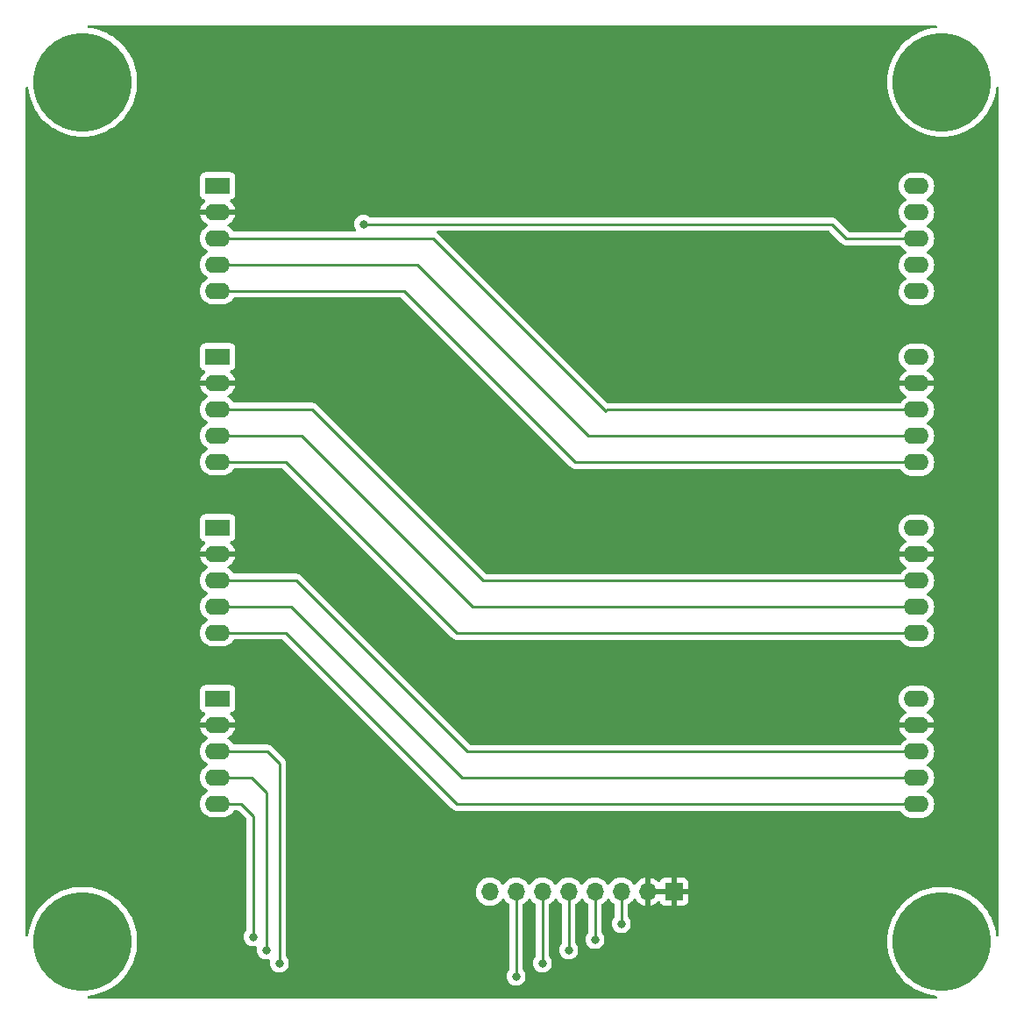
<source format=gbr>
%TF.GenerationSoftware,KiCad,Pcbnew,(6.0.1)*%
%TF.CreationDate,2022-06-12T20:44:29-04:00*%
%TF.ProjectId,MAX7219X4,4d415837-3231-4395-9834-2e6b69636164,1*%
%TF.SameCoordinates,Original*%
%TF.FileFunction,Copper,L2,Bot*%
%TF.FilePolarity,Positive*%
%FSLAX46Y46*%
G04 Gerber Fmt 4.6, Leading zero omitted, Abs format (unit mm)*
G04 Created by KiCad (PCBNEW (6.0.1)) date 2022-06-12 20:44:29*
%MOMM*%
%LPD*%
G01*
G04 APERTURE LIST*
%TA.AperFunction,ComponentPad*%
%ADD10R,2.400000X1.600000*%
%TD*%
%TA.AperFunction,ComponentPad*%
%ADD11O,2.400000X1.600000*%
%TD*%
%TA.AperFunction,ComponentPad*%
%ADD12R,1.700000X1.700000*%
%TD*%
%TA.AperFunction,ComponentPad*%
%ADD13O,1.700000X1.700000*%
%TD*%
%TA.AperFunction,ComponentPad*%
%ADD14C,9.525000*%
%TD*%
%TA.AperFunction,ViaPad*%
%ADD15C,0.800000*%
%TD*%
%TA.AperFunction,Conductor*%
%ADD16C,0.250000*%
%TD*%
G04 APERTURE END LIST*
D10*
%TO.P,BRD4,1,VCC*%
%TO.N,+5V*%
X74045000Y-43025000D03*
D11*
%TO.P,BRD4,2,GND*%
%TO.N,GND*%
X74045000Y-45565000D03*
%TO.P,BRD4,3,DIN*%
%TO.N,Net-(BRD3-Pad8)*%
X74045000Y-48105000D03*
%TO.P,BRD4,4,CS*%
%TO.N,Net-(BRD3-Pad7)*%
X74045000Y-50645000D03*
%TO.P,BRD4,5,CLKIN*%
%TO.N,Net-(BRD3-Pad6)*%
X74045000Y-53185000D03*
%TO.P,BRD4,6,CLKOUT*%
%TO.N,unconnected-(BRD4-Pad6)*%
X141545000Y-53225000D03*
%TO.P,BRD4,7,LODA*%
%TO.N,unconnected-(BRD4-Pad7)*%
X141545000Y-50685000D03*
%TO.P,BRD4,8,DOUT*%
%TO.N,/MAXOUT*%
X141545000Y-48145000D03*
%TO.P,BRD4,9,GND*%
%TO.N,unconnected-(BRD4-Pad9)*%
X141545000Y-45605000D03*
%TO.P,BRD4,10,VCC*%
%TO.N,unconnected-(BRD4-Pad10)*%
X141545000Y-43065000D03*
%TD*%
D10*
%TO.P,BRD1,1,VCC*%
%TO.N,+5V*%
X74045000Y-92555000D03*
D11*
%TO.P,BRD1,2,GND*%
%TO.N,GND*%
X74045000Y-95095000D03*
%TO.P,BRD1,3,DIN*%
%TO.N,Net-(BRD1-Pad3)*%
X74045000Y-97635000D03*
%TO.P,BRD1,4,CS*%
%TO.N,Net-(BRD1-Pad4)*%
X74045000Y-100175000D03*
%TO.P,BRD1,5,CLKIN*%
%TO.N,Net-(BRD1-Pad5)*%
X74045000Y-102715000D03*
%TO.P,BRD1,6,CLKOUT*%
%TO.N,Net-(BRD1-Pad6)*%
X141545000Y-102755000D03*
%TO.P,BRD1,7,LODA*%
%TO.N,Net-(BRD1-Pad7)*%
X141545000Y-100215000D03*
%TO.P,BRD1,8,DOUT*%
%TO.N,Net-(BRD1-Pad8)*%
X141545000Y-97675000D03*
%TO.P,BRD1,9,GND*%
%TO.N,GND*%
X141545000Y-95135000D03*
%TO.P,BRD1,10,VCC*%
%TO.N,+5V*%
X141545000Y-92595000D03*
%TD*%
D12*
%TO.P,J1,1,Pin_1*%
%TO.N,GND*%
X118110000Y-111195000D03*
D13*
%TO.P,J1,2,Pin_2*%
X115570000Y-111195000D03*
%TO.P,J1,3,Pin_3*%
%TO.N,/DOUT*%
X113030000Y-111195000D03*
%TO.P,J1,4,Pin_4*%
%TO.N,/CLK*%
X110490000Y-111195000D03*
%TO.P,J1,5,Pin_5*%
%TO.N,/CS*%
X107950000Y-111195000D03*
%TO.P,J1,6,Pin_6*%
%TO.N,/DIN*%
X105410000Y-111195000D03*
%TO.P,J1,7,Pin_7*%
%TO.N,Net-(J1-Pad7)*%
X102870000Y-111195000D03*
%TO.P,J1,8,Pin_8*%
%TO.N,+5V*%
X100330000Y-111195000D03*
%TD*%
D14*
%TO.P,MTG4,1*%
%TO.N,N/C*%
X144000000Y-33000000D03*
%TD*%
%TO.P,MTG1,1*%
%TO.N,N/C*%
X61000000Y-116000000D03*
%TD*%
D10*
%TO.P,BRD3,1,VCC*%
%TO.N,+5V*%
X74045000Y-59535000D03*
D11*
%TO.P,BRD3,2,GND*%
%TO.N,GND*%
X74045000Y-62075000D03*
%TO.P,BRD3,3,DIN*%
%TO.N,Net-(BRD2-Pad8)*%
X74045000Y-64615000D03*
%TO.P,BRD3,4,CS*%
%TO.N,Net-(BRD2-Pad7)*%
X74045000Y-67155000D03*
%TO.P,BRD3,5,CLKIN*%
%TO.N,Net-(BRD2-Pad6)*%
X74045000Y-69695000D03*
%TO.P,BRD3,6,CLKOUT*%
%TO.N,Net-(BRD3-Pad6)*%
X141545000Y-69735000D03*
%TO.P,BRD3,7,LODA*%
%TO.N,Net-(BRD3-Pad7)*%
X141545000Y-67195000D03*
%TO.P,BRD3,8,DOUT*%
%TO.N,Net-(BRD3-Pad8)*%
X141545000Y-64655000D03*
%TO.P,BRD3,9,GND*%
%TO.N,GND*%
X141545000Y-62115000D03*
%TO.P,BRD3,10,VCC*%
%TO.N,+5V*%
X141545000Y-59575000D03*
%TD*%
D14*
%TO.P,MTG2,1*%
%TO.N,N/C*%
X144000000Y-116000000D03*
%TD*%
D10*
%TO.P,BRD2,1,VCC*%
%TO.N,+5V*%
X74045000Y-76045000D03*
D11*
%TO.P,BRD2,2,GND*%
%TO.N,GND*%
X74045000Y-78585000D03*
%TO.P,BRD2,3,DIN*%
%TO.N,Net-(BRD1-Pad8)*%
X74045000Y-81125000D03*
%TO.P,BRD2,4,CS*%
%TO.N,Net-(BRD1-Pad7)*%
X74045000Y-83665000D03*
%TO.P,BRD2,5,CLKIN*%
%TO.N,Net-(BRD1-Pad6)*%
X74045000Y-86205000D03*
%TO.P,BRD2,6,CLKOUT*%
%TO.N,Net-(BRD2-Pad6)*%
X141545000Y-86245000D03*
%TO.P,BRD2,7,LODA*%
%TO.N,Net-(BRD2-Pad7)*%
X141545000Y-83705000D03*
%TO.P,BRD2,8,DOUT*%
%TO.N,Net-(BRD2-Pad8)*%
X141545000Y-81165000D03*
%TO.P,BRD2,9,GND*%
%TO.N,GND*%
X141545000Y-78625000D03*
%TO.P,BRD2,10,VCC*%
%TO.N,+5V*%
X141545000Y-76085000D03*
%TD*%
D14*
%TO.P,MTG3,1*%
%TO.N,N/C*%
X61000000Y-33000000D03*
%TD*%
D15*
%TO.N,GND*%
X93218000Y-112014000D03*
%TO.N,/MAXOUT*%
X88138000Y-46736000D03*
%TO.N,Net-(BRD1-Pad5)*%
X77470000Y-115570000D03*
%TO.N,Net-(BRD1-Pad4)*%
X78740000Y-116840000D03*
%TO.N,Net-(BRD1-Pad3)*%
X80010000Y-118110000D03*
%TO.N,Net-(J1-Pad7)*%
X102870000Y-119380000D03*
%TO.N,/DOUT*%
X113030000Y-114300000D03*
%TO.N,/CLK*%
X110490000Y-115824000D03*
%TO.N,/CS*%
X107950000Y-116840000D03*
%TO.N,/DIN*%
X105410000Y-118110000D03*
%TD*%
D16*
%TO.N,/MAXOUT*%
X141545000Y-48145000D02*
X134759000Y-48145000D01*
X134759000Y-48145000D02*
X133350000Y-46736000D01*
X133350000Y-46736000D02*
X88138000Y-46736000D01*
%TO.N,Net-(BRD1-Pad5)*%
X76299000Y-102715000D02*
X74045000Y-102715000D01*
X77470000Y-103886000D02*
X76299000Y-102715000D01*
X77470000Y-115570000D02*
X77470000Y-103886000D01*
%TO.N,Net-(BRD1-Pad4)*%
X78740000Y-116840000D02*
X78740000Y-101600000D01*
X78740000Y-101600000D02*
X77315000Y-100175000D01*
X77315000Y-100175000D02*
X74045000Y-100175000D01*
%TO.N,Net-(BRD1-Pad3)*%
X78839000Y-97635000D02*
X74045000Y-97635000D01*
X80010000Y-98806000D02*
X78839000Y-97635000D01*
X80010000Y-118110000D02*
X80010000Y-98806000D01*
%TO.N,Net-(J1-Pad7)*%
X102870000Y-111195000D02*
X102870000Y-119380000D01*
%TO.N,Net-(BRD1-Pad6)*%
X141545000Y-102755000D02*
X97167000Y-102755000D01*
X97167000Y-102755000D02*
X80617000Y-86205000D01*
X80617000Y-86205000D02*
X74045000Y-86205000D01*
%TO.N,Net-(BRD1-Pad7)*%
X81125000Y-83665000D02*
X74045000Y-83665000D01*
X141545000Y-100215000D02*
X97675000Y-100215000D01*
X97675000Y-100215000D02*
X81125000Y-83665000D01*
%TO.N,Net-(BRD1-Pad8)*%
X81633000Y-81125000D02*
X74045000Y-81125000D01*
X141545000Y-97675000D02*
X98183000Y-97675000D01*
X98183000Y-97675000D02*
X81633000Y-81125000D01*
%TO.N,Net-(BRD2-Pad6)*%
X97167000Y-86245000D02*
X141545000Y-86245000D01*
X80617000Y-69695000D02*
X97167000Y-86245000D01*
X74045000Y-69695000D02*
X80617000Y-69695000D01*
%TO.N,Net-(BRD2-Pad7)*%
X98691000Y-83705000D02*
X141545000Y-83705000D01*
X74045000Y-67155000D02*
X82141000Y-67155000D01*
X82141000Y-67155000D02*
X98691000Y-83705000D01*
%TO.N,Net-(BRD2-Pad8)*%
X83157000Y-64615000D02*
X74045000Y-64615000D01*
X141545000Y-81165000D02*
X99707000Y-81165000D01*
X99707000Y-81165000D02*
X83157000Y-64615000D01*
%TO.N,Net-(BRD3-Pad6)*%
X108597000Y-69735000D02*
X141545000Y-69735000D01*
X74045000Y-53185000D02*
X92047000Y-53185000D01*
X92047000Y-53185000D02*
X108597000Y-69735000D01*
%TO.N,Net-(BRD3-Pad7)*%
X74045000Y-50645000D02*
X93317000Y-50645000D01*
X109867000Y-67195000D02*
X141545000Y-67195000D01*
X93317000Y-50645000D02*
X109867000Y-67195000D01*
%TO.N,Net-(BRD3-Pad8)*%
X111506000Y-64770000D02*
X111621000Y-64655000D01*
X94841000Y-48105000D02*
X111506000Y-64770000D01*
X74045000Y-48105000D02*
X94841000Y-48105000D01*
X111621000Y-64655000D02*
X141545000Y-64655000D01*
%TO.N,/DOUT*%
X113030000Y-111195000D02*
X113030000Y-114300000D01*
%TO.N,/CLK*%
X110490000Y-115824000D02*
X110490000Y-111195000D01*
%TO.N,/CS*%
X107950000Y-111195000D02*
X107950000Y-116840000D01*
%TO.N,/DIN*%
X105410000Y-118110000D02*
X105410000Y-111195000D01*
%TD*%
%TA.AperFunction,Conductor*%
%TO.N,GND*%
G36*
X143478913Y-27528002D02*
G01*
X143525406Y-27581658D01*
X143535510Y-27651932D01*
X143506016Y-27716512D01*
X143446290Y-27754896D01*
X143427238Y-27758922D01*
X143086553Y-27803774D01*
X143086548Y-27803775D01*
X143083828Y-27804133D01*
X142634465Y-27903754D01*
X142631840Y-27904582D01*
X142631835Y-27904583D01*
X142198122Y-28041332D01*
X142198114Y-28041335D01*
X142195494Y-28042161D01*
X141770257Y-28218300D01*
X141361989Y-28430831D01*
X140973798Y-28678136D01*
X140734853Y-28861485D01*
X140610806Y-28956669D01*
X140610800Y-28956674D01*
X140608638Y-28958333D01*
X140269289Y-29269289D01*
X139958333Y-29608638D01*
X139956674Y-29610800D01*
X139956669Y-29610806D01*
X139861485Y-29734853D01*
X139678136Y-29973798D01*
X139430831Y-30361989D01*
X139218300Y-30770257D01*
X139042161Y-31195494D01*
X138903754Y-31634465D01*
X138804133Y-32083828D01*
X138744055Y-32540164D01*
X138723978Y-33000000D01*
X138724098Y-33002748D01*
X138725842Y-33042681D01*
X138744055Y-33459836D01*
X138804133Y-33916172D01*
X138903754Y-34365535D01*
X139042161Y-34804506D01*
X139218300Y-35229743D01*
X139430831Y-35638011D01*
X139678136Y-36026202D01*
X139958333Y-36391362D01*
X140269289Y-36730711D01*
X140608638Y-37041667D01*
X140610800Y-37043326D01*
X140610806Y-37043331D01*
X140734853Y-37138515D01*
X140973798Y-37321864D01*
X141361989Y-37569169D01*
X141770257Y-37781700D01*
X142195494Y-37957839D01*
X142198114Y-37958665D01*
X142198122Y-37958668D01*
X142631835Y-38095417D01*
X142631840Y-38095418D01*
X142634465Y-38096246D01*
X143083828Y-38195867D01*
X143086548Y-38196225D01*
X143086553Y-38196226D01*
X143257423Y-38218721D01*
X143540164Y-38255945D01*
X143542913Y-38256065D01*
X143542924Y-38256066D01*
X143997252Y-38275902D01*
X144000000Y-38276022D01*
X144002748Y-38275902D01*
X144457076Y-38256066D01*
X144457087Y-38256065D01*
X144459836Y-38255945D01*
X144742577Y-38218721D01*
X144913447Y-38196226D01*
X144913452Y-38196225D01*
X144916172Y-38195867D01*
X145365535Y-38096246D01*
X145368160Y-38095418D01*
X145368165Y-38095417D01*
X145801878Y-37958668D01*
X145801886Y-37958665D01*
X145804506Y-37957839D01*
X146229743Y-37781700D01*
X146638011Y-37569169D01*
X147026202Y-37321864D01*
X147265147Y-37138515D01*
X147389194Y-37043331D01*
X147389200Y-37043326D01*
X147391362Y-37041667D01*
X147730711Y-36730711D01*
X148041667Y-36391362D01*
X148321864Y-36026202D01*
X148569169Y-35638011D01*
X148781700Y-35229743D01*
X148957839Y-34804506D01*
X149096246Y-34365535D01*
X149195867Y-33916172D01*
X149241078Y-33572762D01*
X149269800Y-33507834D01*
X149329066Y-33468743D01*
X149400057Y-33467898D01*
X149460236Y-33505568D01*
X149490495Y-33569794D01*
X149492000Y-33589208D01*
X149492000Y-115410792D01*
X149471998Y-115478913D01*
X149418342Y-115525406D01*
X149348068Y-115535510D01*
X149283488Y-115506016D01*
X149245104Y-115446290D01*
X149241078Y-115427238D01*
X149196226Y-115086553D01*
X149196225Y-115086548D01*
X149195867Y-115083828D01*
X149096246Y-114634465D01*
X149050674Y-114489928D01*
X148958668Y-114198122D01*
X148958665Y-114198114D01*
X148957839Y-114195494D01*
X148781700Y-113770257D01*
X148569169Y-113361989D01*
X148321864Y-112973798D01*
X148041667Y-112608638D01*
X147730711Y-112269289D01*
X147690595Y-112232529D01*
X147393382Y-111960184D01*
X147391362Y-111958333D01*
X147389200Y-111956674D01*
X147389194Y-111956669D01*
X147239943Y-111842145D01*
X147026202Y-111678136D01*
X146638011Y-111430831D01*
X146229743Y-111218300D01*
X145804506Y-111042161D01*
X145801886Y-111041335D01*
X145801878Y-111041332D01*
X145368165Y-110904583D01*
X145368160Y-110904582D01*
X145365535Y-110903754D01*
X144916172Y-110804133D01*
X144913452Y-110803775D01*
X144913447Y-110803774D01*
X144742577Y-110781279D01*
X144459836Y-110744055D01*
X144457087Y-110743935D01*
X144457076Y-110743934D01*
X144002748Y-110724098D01*
X144000000Y-110723978D01*
X143997252Y-110724098D01*
X143542924Y-110743934D01*
X143542913Y-110743935D01*
X143540164Y-110744055D01*
X143257423Y-110781279D01*
X143086553Y-110803774D01*
X143086548Y-110803775D01*
X143083828Y-110804133D01*
X142634465Y-110903754D01*
X142631840Y-110904582D01*
X142631835Y-110904583D01*
X142198122Y-111041332D01*
X142198114Y-111041335D01*
X142195494Y-111042161D01*
X141770257Y-111218300D01*
X141361989Y-111430831D01*
X140973798Y-111678136D01*
X140760057Y-111842145D01*
X140610806Y-111956669D01*
X140610800Y-111956674D01*
X140608638Y-111958333D01*
X140606618Y-111960184D01*
X140309406Y-112232529D01*
X140269289Y-112269289D01*
X139958333Y-112608638D01*
X139678136Y-112973798D01*
X139430831Y-113361989D01*
X139218300Y-113770257D01*
X139042161Y-114195494D01*
X139041335Y-114198114D01*
X139041332Y-114198122D01*
X138949326Y-114489928D01*
X138903754Y-114634465D01*
X138804133Y-115083828D01*
X138803775Y-115086548D01*
X138803774Y-115086553D01*
X138781279Y-115257423D01*
X138744055Y-115540164D01*
X138743935Y-115542913D01*
X138743934Y-115542924D01*
X138725706Y-115960423D01*
X138723978Y-116000000D01*
X138724098Y-116002748D01*
X138739952Y-116365852D01*
X138744055Y-116459836D01*
X138804133Y-116916172D01*
X138903754Y-117365535D01*
X138904582Y-117368160D01*
X138904583Y-117368165D01*
X139029772Y-117765212D01*
X139042161Y-117804506D01*
X139218300Y-118229743D01*
X139430831Y-118638011D01*
X139678136Y-119026202D01*
X139799061Y-119183794D01*
X139949615Y-119380000D01*
X139958333Y-119391362D01*
X140269289Y-119730711D01*
X140608638Y-120041667D01*
X140610800Y-120043326D01*
X140610806Y-120043331D01*
X140734853Y-120138515D01*
X140973798Y-120321864D01*
X141361989Y-120569169D01*
X141770257Y-120781700D01*
X142195494Y-120957839D01*
X142198114Y-120958665D01*
X142198122Y-120958668D01*
X142631835Y-121095417D01*
X142631840Y-121095418D01*
X142634465Y-121096246D01*
X143083828Y-121195867D01*
X143086548Y-121196225D01*
X143086553Y-121196226D01*
X143427238Y-121241078D01*
X143492166Y-121269800D01*
X143531257Y-121329066D01*
X143532102Y-121400057D01*
X143494432Y-121460236D01*
X143430206Y-121490495D01*
X143410792Y-121492000D01*
X61589208Y-121492000D01*
X61521087Y-121471998D01*
X61474594Y-121418342D01*
X61464490Y-121348068D01*
X61493984Y-121283488D01*
X61553710Y-121245104D01*
X61572762Y-121241078D01*
X61913447Y-121196226D01*
X61913452Y-121196225D01*
X61916172Y-121195867D01*
X62365535Y-121096246D01*
X62368160Y-121095418D01*
X62368165Y-121095417D01*
X62801878Y-120958668D01*
X62801886Y-120958665D01*
X62804506Y-120957839D01*
X63229743Y-120781700D01*
X63638011Y-120569169D01*
X64026202Y-120321864D01*
X64265147Y-120138515D01*
X64389194Y-120043331D01*
X64389200Y-120043326D01*
X64391362Y-120041667D01*
X64730711Y-119730711D01*
X65041667Y-119391362D01*
X65050386Y-119380000D01*
X65200939Y-119183794D01*
X65321864Y-119026202D01*
X65569169Y-118638011D01*
X65781700Y-118229743D01*
X65957839Y-117804506D01*
X65970229Y-117765212D01*
X66095417Y-117368165D01*
X66095418Y-117368160D01*
X66096246Y-117365535D01*
X66195867Y-116916172D01*
X66255945Y-116459836D01*
X66260049Y-116365852D01*
X66275902Y-116002748D01*
X66276022Y-116000000D01*
X66274294Y-115960423D01*
X66256066Y-115542924D01*
X66256065Y-115542913D01*
X66255945Y-115540164D01*
X66218721Y-115257423D01*
X66196226Y-115086553D01*
X66196225Y-115086548D01*
X66195867Y-115083828D01*
X66096246Y-114634465D01*
X66050674Y-114489928D01*
X65958668Y-114198122D01*
X65958665Y-114198114D01*
X65957839Y-114195494D01*
X65781700Y-113770257D01*
X65569169Y-113361989D01*
X65321864Y-112973798D01*
X65041667Y-112608638D01*
X64730711Y-112269289D01*
X64690595Y-112232529D01*
X64393382Y-111960184D01*
X64391362Y-111958333D01*
X64389200Y-111956674D01*
X64389194Y-111956669D01*
X64239943Y-111842145D01*
X64026202Y-111678136D01*
X63638011Y-111430831D01*
X63229743Y-111218300D01*
X62804506Y-111042161D01*
X62801886Y-111041335D01*
X62801878Y-111041332D01*
X62368165Y-110904583D01*
X62368160Y-110904582D01*
X62365535Y-110903754D01*
X61916172Y-110804133D01*
X61913452Y-110803775D01*
X61913447Y-110803774D01*
X61742577Y-110781279D01*
X61459836Y-110744055D01*
X61457087Y-110743935D01*
X61457076Y-110743934D01*
X61002748Y-110724098D01*
X61000000Y-110723978D01*
X60997252Y-110724098D01*
X60542924Y-110743934D01*
X60542913Y-110743935D01*
X60540164Y-110744055D01*
X60257423Y-110781279D01*
X60086553Y-110803774D01*
X60086548Y-110803775D01*
X60083828Y-110804133D01*
X59634465Y-110903754D01*
X59631840Y-110904582D01*
X59631835Y-110904583D01*
X59198122Y-111041332D01*
X59198114Y-111041335D01*
X59195494Y-111042161D01*
X58770257Y-111218300D01*
X58361989Y-111430831D01*
X57973798Y-111678136D01*
X57760057Y-111842145D01*
X57610806Y-111956669D01*
X57610800Y-111956674D01*
X57608638Y-111958333D01*
X57606618Y-111960184D01*
X57309406Y-112232529D01*
X57269289Y-112269289D01*
X56958333Y-112608638D01*
X56678136Y-112973798D01*
X56430831Y-113361989D01*
X56218300Y-113770257D01*
X56042161Y-114195494D01*
X56041335Y-114198114D01*
X56041332Y-114198122D01*
X55949326Y-114489928D01*
X55903754Y-114634465D01*
X55804133Y-115083828D01*
X55803775Y-115086548D01*
X55803774Y-115086553D01*
X55758922Y-115427238D01*
X55730200Y-115492166D01*
X55670934Y-115531257D01*
X55599943Y-115532102D01*
X55539764Y-115494432D01*
X55509505Y-115430206D01*
X55508000Y-115410792D01*
X55508000Y-102715000D01*
X72331502Y-102715000D01*
X72351457Y-102943087D01*
X72410716Y-103164243D01*
X72413039Y-103169224D01*
X72413039Y-103169225D01*
X72505151Y-103366762D01*
X72505154Y-103366767D01*
X72507477Y-103371749D01*
X72638802Y-103559300D01*
X72800700Y-103721198D01*
X72805208Y-103724355D01*
X72805211Y-103724357D01*
X72809276Y-103727203D01*
X72988251Y-103852523D01*
X72993233Y-103854846D01*
X72993238Y-103854849D01*
X73190775Y-103946961D01*
X73195757Y-103949284D01*
X73201065Y-103950706D01*
X73201067Y-103950707D01*
X73411598Y-104007119D01*
X73411600Y-104007119D01*
X73416913Y-104008543D01*
X73516480Y-104017254D01*
X73585149Y-104023262D01*
X73585156Y-104023262D01*
X73587873Y-104023500D01*
X74502127Y-104023500D01*
X74504844Y-104023262D01*
X74504851Y-104023262D01*
X74573520Y-104017254D01*
X74673087Y-104008543D01*
X74678400Y-104007119D01*
X74678402Y-104007119D01*
X74888933Y-103950707D01*
X74888935Y-103950706D01*
X74894243Y-103949284D01*
X74899225Y-103946961D01*
X75096762Y-103854849D01*
X75096767Y-103854846D01*
X75101749Y-103852523D01*
X75280724Y-103727203D01*
X75284789Y-103724357D01*
X75284792Y-103724355D01*
X75289300Y-103721198D01*
X75451198Y-103559300D01*
X75529745Y-103447124D01*
X75561181Y-103402229D01*
X75616638Y-103357901D01*
X75664394Y-103348500D01*
X75984405Y-103348500D01*
X76052526Y-103368502D01*
X76073501Y-103385405D01*
X76799596Y-104111501D01*
X76833621Y-104173813D01*
X76836500Y-104200596D01*
X76836500Y-114867476D01*
X76816498Y-114935597D01*
X76804142Y-114951779D01*
X76730960Y-115033056D01*
X76635473Y-115198444D01*
X76576458Y-115380072D01*
X76575768Y-115386633D01*
X76575768Y-115386635D01*
X76564677Y-115492166D01*
X76556496Y-115570000D01*
X76576458Y-115759928D01*
X76635473Y-115941556D01*
X76730960Y-116106944D01*
X76735378Y-116111851D01*
X76735379Y-116111852D01*
X76819787Y-116205597D01*
X76858747Y-116248866D01*
X77013248Y-116361118D01*
X77019276Y-116363802D01*
X77019278Y-116363803D01*
X77181681Y-116436109D01*
X77187712Y-116438794D01*
X77273722Y-116457076D01*
X77368056Y-116477128D01*
X77368061Y-116477128D01*
X77374513Y-116478500D01*
X77565487Y-116478500D01*
X77571939Y-116477128D01*
X77571944Y-116477128D01*
X77713716Y-116446993D01*
X77784507Y-116452395D01*
X77841139Y-116495212D01*
X77865633Y-116561850D01*
X77859746Y-116609176D01*
X77846458Y-116650072D01*
X77845768Y-116656633D01*
X77845768Y-116656635D01*
X77827186Y-116833435D01*
X77826496Y-116840000D01*
X77846458Y-117029928D01*
X77905473Y-117211556D01*
X78000960Y-117376944D01*
X78005378Y-117381851D01*
X78005379Y-117381852D01*
X78072000Y-117455842D01*
X78128747Y-117518866D01*
X78283248Y-117631118D01*
X78289276Y-117633802D01*
X78289278Y-117633803D01*
X78451681Y-117706109D01*
X78457712Y-117708794D01*
X78551113Y-117728647D01*
X78638056Y-117747128D01*
X78638061Y-117747128D01*
X78644513Y-117748500D01*
X78835487Y-117748500D01*
X78841939Y-117747128D01*
X78841944Y-117747128D01*
X78983716Y-117716993D01*
X79054507Y-117722395D01*
X79111139Y-117765212D01*
X79135633Y-117831850D01*
X79129746Y-117879176D01*
X79116458Y-117920072D01*
X79096496Y-118110000D01*
X79097186Y-118116565D01*
X79106598Y-118206111D01*
X79116458Y-118299928D01*
X79175473Y-118481556D01*
X79270960Y-118646944D01*
X79398747Y-118788866D01*
X79553248Y-118901118D01*
X79559276Y-118903802D01*
X79559278Y-118903803D01*
X79721681Y-118976109D01*
X79727712Y-118978794D01*
X79821112Y-118998647D01*
X79908056Y-119017128D01*
X79908061Y-119017128D01*
X79914513Y-119018500D01*
X80105487Y-119018500D01*
X80111939Y-119017128D01*
X80111944Y-119017128D01*
X80198888Y-118998647D01*
X80292288Y-118978794D01*
X80298319Y-118976109D01*
X80460722Y-118903803D01*
X80460724Y-118903802D01*
X80466752Y-118901118D01*
X80621253Y-118788866D01*
X80749040Y-118646944D01*
X80844527Y-118481556D01*
X80903542Y-118299928D01*
X80913403Y-118206111D01*
X80922814Y-118116565D01*
X80923504Y-118110000D01*
X80903542Y-117920072D01*
X80844527Y-117738444D01*
X80749040Y-117573056D01*
X80675863Y-117491785D01*
X80645147Y-117427779D01*
X80643500Y-117407476D01*
X80643500Y-111161695D01*
X98967251Y-111161695D01*
X98980110Y-111384715D01*
X98981247Y-111389761D01*
X98981248Y-111389767D01*
X98995606Y-111453475D01*
X99029222Y-111602639D01*
X99113266Y-111809616D01*
X99164942Y-111893944D01*
X99227291Y-111995688D01*
X99229987Y-112000088D01*
X99376250Y-112168938D01*
X99548126Y-112311632D01*
X99741000Y-112424338D01*
X99949692Y-112504030D01*
X99954760Y-112505061D01*
X99954763Y-112505062D01*
X100049862Y-112524410D01*
X100168597Y-112548567D01*
X100173772Y-112548757D01*
X100173774Y-112548757D01*
X100386673Y-112556564D01*
X100386677Y-112556564D01*
X100391837Y-112556753D01*
X100396957Y-112556097D01*
X100396959Y-112556097D01*
X100608288Y-112529025D01*
X100608289Y-112529025D01*
X100613416Y-112528368D01*
X100618366Y-112526883D01*
X100822429Y-112465661D01*
X100822434Y-112465659D01*
X100827384Y-112464174D01*
X101027994Y-112365896D01*
X101209860Y-112236173D01*
X101368096Y-112078489D01*
X101427594Y-111995689D01*
X101498453Y-111897077D01*
X101499776Y-111898028D01*
X101546645Y-111854857D01*
X101616580Y-111842625D01*
X101682026Y-111870144D01*
X101709875Y-111901994D01*
X101769987Y-112000088D01*
X101916250Y-112168938D01*
X102088126Y-112311632D01*
X102092593Y-112314242D01*
X102174070Y-112361853D01*
X102222794Y-112413491D01*
X102236500Y-112470641D01*
X102236500Y-118677476D01*
X102216498Y-118745597D01*
X102204142Y-118761779D01*
X102130960Y-118843056D01*
X102035473Y-119008444D01*
X101976458Y-119190072D01*
X101956496Y-119380000D01*
X101976458Y-119569928D01*
X102035473Y-119751556D01*
X102130960Y-119916944D01*
X102258747Y-120058866D01*
X102413248Y-120171118D01*
X102419276Y-120173802D01*
X102419278Y-120173803D01*
X102581681Y-120246109D01*
X102587712Y-120248794D01*
X102681112Y-120268647D01*
X102768056Y-120287128D01*
X102768061Y-120287128D01*
X102774513Y-120288500D01*
X102965487Y-120288500D01*
X102971939Y-120287128D01*
X102971944Y-120287128D01*
X103058888Y-120268647D01*
X103152288Y-120248794D01*
X103158319Y-120246109D01*
X103320722Y-120173803D01*
X103320724Y-120173802D01*
X103326752Y-120171118D01*
X103481253Y-120058866D01*
X103609040Y-119916944D01*
X103704527Y-119751556D01*
X103763542Y-119569928D01*
X103783504Y-119380000D01*
X103763542Y-119190072D01*
X103704527Y-119008444D01*
X103609040Y-118843056D01*
X103535863Y-118761785D01*
X103505147Y-118697779D01*
X103503500Y-118677476D01*
X103503500Y-112475427D01*
X103523502Y-112407306D01*
X103564618Y-112367550D01*
X103567994Y-112365896D01*
X103749860Y-112236173D01*
X103908096Y-112078489D01*
X103967594Y-111995689D01*
X104038453Y-111897077D01*
X104039776Y-111898028D01*
X104086645Y-111854857D01*
X104156580Y-111842625D01*
X104222026Y-111870144D01*
X104249875Y-111901994D01*
X104309987Y-112000088D01*
X104456250Y-112168938D01*
X104628126Y-112311632D01*
X104632593Y-112314242D01*
X104714070Y-112361853D01*
X104762794Y-112413491D01*
X104776500Y-112470641D01*
X104776500Y-117407476D01*
X104756498Y-117475597D01*
X104744142Y-117491779D01*
X104670960Y-117573056D01*
X104575473Y-117738444D01*
X104516458Y-117920072D01*
X104496496Y-118110000D01*
X104497186Y-118116565D01*
X104506598Y-118206111D01*
X104516458Y-118299928D01*
X104575473Y-118481556D01*
X104670960Y-118646944D01*
X104798747Y-118788866D01*
X104953248Y-118901118D01*
X104959276Y-118903802D01*
X104959278Y-118903803D01*
X105121681Y-118976109D01*
X105127712Y-118978794D01*
X105221112Y-118998647D01*
X105308056Y-119017128D01*
X105308061Y-119017128D01*
X105314513Y-119018500D01*
X105505487Y-119018500D01*
X105511939Y-119017128D01*
X105511944Y-119017128D01*
X105598888Y-118998647D01*
X105692288Y-118978794D01*
X105698319Y-118976109D01*
X105860722Y-118903803D01*
X105860724Y-118903802D01*
X105866752Y-118901118D01*
X106021253Y-118788866D01*
X106149040Y-118646944D01*
X106244527Y-118481556D01*
X106303542Y-118299928D01*
X106313403Y-118206111D01*
X106322814Y-118116565D01*
X106323504Y-118110000D01*
X106303542Y-117920072D01*
X106244527Y-117738444D01*
X106149040Y-117573056D01*
X106075863Y-117491785D01*
X106045147Y-117427779D01*
X106043500Y-117407476D01*
X106043500Y-112475427D01*
X106063502Y-112407306D01*
X106104618Y-112367550D01*
X106107994Y-112365896D01*
X106289860Y-112236173D01*
X106448096Y-112078489D01*
X106507594Y-111995689D01*
X106578453Y-111897077D01*
X106579776Y-111898028D01*
X106626645Y-111854857D01*
X106696580Y-111842625D01*
X106762026Y-111870144D01*
X106789875Y-111901994D01*
X106849987Y-112000088D01*
X106996250Y-112168938D01*
X107168126Y-112311632D01*
X107172593Y-112314242D01*
X107254070Y-112361853D01*
X107302794Y-112413491D01*
X107316500Y-112470641D01*
X107316500Y-116137476D01*
X107296498Y-116205597D01*
X107284142Y-116221779D01*
X107210960Y-116303056D01*
X107115473Y-116468444D01*
X107056458Y-116650072D01*
X107055768Y-116656633D01*
X107055768Y-116656635D01*
X107037186Y-116833435D01*
X107036496Y-116840000D01*
X107056458Y-117029928D01*
X107115473Y-117211556D01*
X107210960Y-117376944D01*
X107215378Y-117381851D01*
X107215379Y-117381852D01*
X107282000Y-117455842D01*
X107338747Y-117518866D01*
X107493248Y-117631118D01*
X107499276Y-117633802D01*
X107499278Y-117633803D01*
X107661681Y-117706109D01*
X107667712Y-117708794D01*
X107761113Y-117728647D01*
X107848056Y-117747128D01*
X107848061Y-117747128D01*
X107854513Y-117748500D01*
X108045487Y-117748500D01*
X108051939Y-117747128D01*
X108051944Y-117747128D01*
X108138887Y-117728647D01*
X108232288Y-117708794D01*
X108238319Y-117706109D01*
X108400722Y-117633803D01*
X108400724Y-117633802D01*
X108406752Y-117631118D01*
X108561253Y-117518866D01*
X108618000Y-117455842D01*
X108684621Y-117381852D01*
X108684622Y-117381851D01*
X108689040Y-117376944D01*
X108784527Y-117211556D01*
X108843542Y-117029928D01*
X108863504Y-116840000D01*
X108862814Y-116833435D01*
X108844232Y-116656635D01*
X108844232Y-116656633D01*
X108843542Y-116650072D01*
X108784527Y-116468444D01*
X108689040Y-116303056D01*
X108615863Y-116221785D01*
X108585147Y-116157779D01*
X108583500Y-116137476D01*
X108583500Y-112475427D01*
X108603502Y-112407306D01*
X108644618Y-112367550D01*
X108647994Y-112365896D01*
X108829860Y-112236173D01*
X108988096Y-112078489D01*
X109047594Y-111995689D01*
X109118453Y-111897077D01*
X109119776Y-111898028D01*
X109166645Y-111854857D01*
X109236580Y-111842625D01*
X109302026Y-111870144D01*
X109329875Y-111901994D01*
X109389987Y-112000088D01*
X109536250Y-112168938D01*
X109708126Y-112311632D01*
X109712593Y-112314242D01*
X109794070Y-112361853D01*
X109842794Y-112413491D01*
X109856500Y-112470641D01*
X109856500Y-115121476D01*
X109836498Y-115189597D01*
X109824142Y-115205779D01*
X109750960Y-115287056D01*
X109655473Y-115452444D01*
X109596458Y-115634072D01*
X109576496Y-115824000D01*
X109596458Y-116013928D01*
X109655473Y-116195556D01*
X109658776Y-116201278D01*
X109658777Y-116201279D01*
X109683416Y-116243955D01*
X109750960Y-116360944D01*
X109755378Y-116365851D01*
X109755379Y-116365852D01*
X109840003Y-116459836D01*
X109878747Y-116502866D01*
X109959931Y-116561850D01*
X110025070Y-116609176D01*
X110033248Y-116615118D01*
X110039276Y-116617802D01*
X110039278Y-116617803D01*
X110111756Y-116650072D01*
X110207712Y-116692794D01*
X110301113Y-116712647D01*
X110388056Y-116731128D01*
X110388061Y-116731128D01*
X110394513Y-116732500D01*
X110585487Y-116732500D01*
X110591939Y-116731128D01*
X110591944Y-116731128D01*
X110678887Y-116712647D01*
X110772288Y-116692794D01*
X110868244Y-116650072D01*
X110940722Y-116617803D01*
X110940724Y-116617802D01*
X110946752Y-116615118D01*
X110954931Y-116609176D01*
X111020069Y-116561850D01*
X111101253Y-116502866D01*
X111139997Y-116459836D01*
X111224621Y-116365852D01*
X111224622Y-116365851D01*
X111229040Y-116360944D01*
X111296584Y-116243955D01*
X111321223Y-116201279D01*
X111321224Y-116201278D01*
X111324527Y-116195556D01*
X111383542Y-116013928D01*
X111403504Y-115824000D01*
X111383542Y-115634072D01*
X111324527Y-115452444D01*
X111229040Y-115287056D01*
X111155863Y-115205785D01*
X111125147Y-115141779D01*
X111123500Y-115121476D01*
X111123500Y-112475427D01*
X111143502Y-112407306D01*
X111184618Y-112367550D01*
X111187994Y-112365896D01*
X111369860Y-112236173D01*
X111528096Y-112078489D01*
X111587594Y-111995689D01*
X111658453Y-111897077D01*
X111659776Y-111898028D01*
X111706645Y-111854857D01*
X111776580Y-111842625D01*
X111842026Y-111870144D01*
X111869875Y-111901994D01*
X111929987Y-112000088D01*
X112076250Y-112168938D01*
X112248126Y-112311632D01*
X112252593Y-112314242D01*
X112334070Y-112361853D01*
X112382794Y-112413491D01*
X112396500Y-112470641D01*
X112396500Y-113597476D01*
X112376498Y-113665597D01*
X112364142Y-113681779D01*
X112290960Y-113763056D01*
X112195473Y-113928444D01*
X112136458Y-114110072D01*
X112116496Y-114300000D01*
X112136458Y-114489928D01*
X112195473Y-114671556D01*
X112290960Y-114836944D01*
X112418747Y-114978866D01*
X112573248Y-115091118D01*
X112579276Y-115093802D01*
X112579278Y-115093803D01*
X112687035Y-115141779D01*
X112747712Y-115168794D01*
X112841112Y-115188647D01*
X112928056Y-115207128D01*
X112928061Y-115207128D01*
X112934513Y-115208500D01*
X113125487Y-115208500D01*
X113131939Y-115207128D01*
X113131944Y-115207128D01*
X113218888Y-115188647D01*
X113312288Y-115168794D01*
X113372965Y-115141779D01*
X113480722Y-115093803D01*
X113480724Y-115093802D01*
X113486752Y-115091118D01*
X113641253Y-114978866D01*
X113769040Y-114836944D01*
X113864527Y-114671556D01*
X113923542Y-114489928D01*
X113943504Y-114300000D01*
X113923542Y-114110072D01*
X113864527Y-113928444D01*
X113769040Y-113763056D01*
X113695863Y-113681785D01*
X113665147Y-113617779D01*
X113663500Y-113597476D01*
X113663500Y-112475427D01*
X113683502Y-112407306D01*
X113724618Y-112367550D01*
X113727994Y-112365896D01*
X113909860Y-112236173D01*
X114068096Y-112078489D01*
X114127594Y-111995689D01*
X114198453Y-111897077D01*
X114199640Y-111897930D01*
X114246960Y-111854362D01*
X114316897Y-111842145D01*
X114382338Y-111869678D01*
X114410166Y-111901511D01*
X114467694Y-111995388D01*
X114473777Y-112003699D01*
X114613213Y-112164667D01*
X114620580Y-112171883D01*
X114784434Y-112307916D01*
X114792881Y-112313831D01*
X114976756Y-112421279D01*
X114986042Y-112425729D01*
X115185001Y-112501703D01*
X115194899Y-112504579D01*
X115298250Y-112525606D01*
X115312299Y-112524410D01*
X115316000Y-112514065D01*
X115316000Y-112513517D01*
X115824000Y-112513517D01*
X115828064Y-112527359D01*
X115841478Y-112529393D01*
X115848184Y-112528534D01*
X115858262Y-112526392D01*
X116062255Y-112465191D01*
X116071842Y-112461433D01*
X116263095Y-112367739D01*
X116271945Y-112362464D01*
X116445328Y-112238792D01*
X116453200Y-112232139D01*
X116558286Y-112127418D01*
X116620657Y-112093501D01*
X116691464Y-112098689D01*
X116748226Y-112141335D01*
X116765208Y-112172439D01*
X116806675Y-112283052D01*
X116815214Y-112298649D01*
X116891715Y-112400724D01*
X116904276Y-112413285D01*
X117006351Y-112489786D01*
X117021946Y-112498324D01*
X117142394Y-112543478D01*
X117157649Y-112547105D01*
X117208514Y-112552631D01*
X117215328Y-112553000D01*
X117837885Y-112553000D01*
X117853124Y-112548525D01*
X117854329Y-112547135D01*
X117856000Y-112539452D01*
X117856000Y-112534884D01*
X118364000Y-112534884D01*
X118368475Y-112550123D01*
X118369865Y-112551328D01*
X118377548Y-112552999D01*
X119004669Y-112552999D01*
X119011490Y-112552629D01*
X119062352Y-112547105D01*
X119077604Y-112543479D01*
X119198054Y-112498324D01*
X119213649Y-112489786D01*
X119315724Y-112413285D01*
X119328285Y-112400724D01*
X119404786Y-112298649D01*
X119413324Y-112283054D01*
X119458478Y-112162606D01*
X119462105Y-112147351D01*
X119467631Y-112096486D01*
X119468000Y-112089672D01*
X119468000Y-111467115D01*
X119463525Y-111451876D01*
X119462135Y-111450671D01*
X119454452Y-111449000D01*
X118382115Y-111449000D01*
X118366876Y-111453475D01*
X118365671Y-111454865D01*
X118364000Y-111462548D01*
X118364000Y-112534884D01*
X117856000Y-112534884D01*
X117856000Y-111467115D01*
X117851525Y-111451876D01*
X117850135Y-111450671D01*
X117842452Y-111449000D01*
X115842115Y-111449000D01*
X115826876Y-111453475D01*
X115825671Y-111454865D01*
X115824000Y-111462548D01*
X115824000Y-112513517D01*
X115316000Y-112513517D01*
X115316000Y-110922885D01*
X115824000Y-110922885D01*
X115828475Y-110938124D01*
X115829865Y-110939329D01*
X115837548Y-110941000D01*
X117837885Y-110941000D01*
X117853124Y-110936525D01*
X117854329Y-110935135D01*
X117856000Y-110927452D01*
X117856000Y-110922885D01*
X118364000Y-110922885D01*
X118368475Y-110938124D01*
X118369865Y-110939329D01*
X118377548Y-110941000D01*
X119449884Y-110941000D01*
X119465123Y-110936525D01*
X119466328Y-110935135D01*
X119467999Y-110927452D01*
X119467999Y-110300331D01*
X119467629Y-110293510D01*
X119462105Y-110242648D01*
X119458479Y-110227396D01*
X119413324Y-110106946D01*
X119404786Y-110091351D01*
X119328285Y-109989276D01*
X119315724Y-109976715D01*
X119213649Y-109900214D01*
X119198054Y-109891676D01*
X119077606Y-109846522D01*
X119062351Y-109842895D01*
X119011486Y-109837369D01*
X119004672Y-109837000D01*
X118382115Y-109837000D01*
X118366876Y-109841475D01*
X118365671Y-109842865D01*
X118364000Y-109850548D01*
X118364000Y-110922885D01*
X117856000Y-110922885D01*
X117856000Y-109855116D01*
X117851525Y-109839877D01*
X117850135Y-109838672D01*
X117842452Y-109837001D01*
X117215331Y-109837001D01*
X117208510Y-109837371D01*
X117157648Y-109842895D01*
X117142396Y-109846521D01*
X117021946Y-109891676D01*
X117006351Y-109900214D01*
X116904276Y-109976715D01*
X116891715Y-109989276D01*
X116815214Y-110091351D01*
X116806676Y-110106946D01*
X116765100Y-110217849D01*
X116722458Y-110274613D01*
X116655897Y-110299313D01*
X116586548Y-110284105D01*
X116553925Y-110258419D01*
X116502806Y-110202240D01*
X116495273Y-110195215D01*
X116328139Y-110063222D01*
X116319552Y-110057517D01*
X116133117Y-109954599D01*
X116123705Y-109950369D01*
X115922959Y-109879280D01*
X115912988Y-109876646D01*
X115841837Y-109863972D01*
X115828540Y-109865432D01*
X115824000Y-109879989D01*
X115824000Y-110922885D01*
X115316000Y-110922885D01*
X115316000Y-109878102D01*
X115312082Y-109864758D01*
X115297806Y-109862771D01*
X115259324Y-109868660D01*
X115249288Y-109871051D01*
X115046868Y-109937212D01*
X115037359Y-109941209D01*
X114848463Y-110039542D01*
X114839738Y-110045036D01*
X114669433Y-110172905D01*
X114661726Y-110179748D01*
X114514590Y-110333717D01*
X114508109Y-110341722D01*
X114403498Y-110495074D01*
X114348587Y-110540076D01*
X114278062Y-110548247D01*
X114214315Y-110516993D01*
X114193618Y-110492509D01*
X114112822Y-110367617D01*
X114112820Y-110367614D01*
X114110014Y-110363277D01*
X113959670Y-110198051D01*
X113955619Y-110194852D01*
X113955615Y-110194848D01*
X113788414Y-110062800D01*
X113788410Y-110062798D01*
X113784359Y-110059598D01*
X113748028Y-110039542D01*
X113656970Y-109989276D01*
X113588789Y-109951638D01*
X113583920Y-109949914D01*
X113583916Y-109949912D01*
X113383087Y-109878795D01*
X113383083Y-109878794D01*
X113378212Y-109877069D01*
X113373119Y-109876162D01*
X113373116Y-109876161D01*
X113163373Y-109838800D01*
X113163367Y-109838799D01*
X113158284Y-109837894D01*
X113084452Y-109836992D01*
X112940081Y-109835228D01*
X112940079Y-109835228D01*
X112934911Y-109835165D01*
X112714091Y-109868955D01*
X112501756Y-109938357D01*
X112303607Y-110041507D01*
X112299474Y-110044610D01*
X112299471Y-110044612D01*
X112216450Y-110106946D01*
X112124965Y-110175635D01*
X112121393Y-110179373D01*
X112021309Y-110284105D01*
X111970629Y-110337138D01*
X111863201Y-110494621D01*
X111808293Y-110539621D01*
X111737768Y-110547792D01*
X111674021Y-110516538D01*
X111653324Y-110492054D01*
X111572822Y-110367617D01*
X111572820Y-110367614D01*
X111570014Y-110363277D01*
X111419670Y-110198051D01*
X111415619Y-110194852D01*
X111415615Y-110194848D01*
X111248414Y-110062800D01*
X111248410Y-110062798D01*
X111244359Y-110059598D01*
X111208028Y-110039542D01*
X111116970Y-109989276D01*
X111048789Y-109951638D01*
X111043920Y-109949914D01*
X111043916Y-109949912D01*
X110843087Y-109878795D01*
X110843083Y-109878794D01*
X110838212Y-109877069D01*
X110833119Y-109876162D01*
X110833116Y-109876161D01*
X110623373Y-109838800D01*
X110623367Y-109838799D01*
X110618284Y-109837894D01*
X110544452Y-109836992D01*
X110400081Y-109835228D01*
X110400079Y-109835228D01*
X110394911Y-109835165D01*
X110174091Y-109868955D01*
X109961756Y-109938357D01*
X109763607Y-110041507D01*
X109759474Y-110044610D01*
X109759471Y-110044612D01*
X109676450Y-110106946D01*
X109584965Y-110175635D01*
X109581393Y-110179373D01*
X109481309Y-110284105D01*
X109430629Y-110337138D01*
X109323201Y-110494621D01*
X109268293Y-110539621D01*
X109197768Y-110547792D01*
X109134021Y-110516538D01*
X109113324Y-110492054D01*
X109032822Y-110367617D01*
X109032820Y-110367614D01*
X109030014Y-110363277D01*
X108879670Y-110198051D01*
X108875619Y-110194852D01*
X108875615Y-110194848D01*
X108708414Y-110062800D01*
X108708410Y-110062798D01*
X108704359Y-110059598D01*
X108668028Y-110039542D01*
X108576970Y-109989276D01*
X108508789Y-109951638D01*
X108503920Y-109949914D01*
X108503916Y-109949912D01*
X108303087Y-109878795D01*
X108303083Y-109878794D01*
X108298212Y-109877069D01*
X108293119Y-109876162D01*
X108293116Y-109876161D01*
X108083373Y-109838800D01*
X108083367Y-109838799D01*
X108078284Y-109837894D01*
X108004452Y-109836992D01*
X107860081Y-109835228D01*
X107860079Y-109835228D01*
X107854911Y-109835165D01*
X107634091Y-109868955D01*
X107421756Y-109938357D01*
X107223607Y-110041507D01*
X107219474Y-110044610D01*
X107219471Y-110044612D01*
X107136450Y-110106946D01*
X107044965Y-110175635D01*
X107041393Y-110179373D01*
X106941309Y-110284105D01*
X106890629Y-110337138D01*
X106783201Y-110494621D01*
X106728293Y-110539621D01*
X106657768Y-110547792D01*
X106594021Y-110516538D01*
X106573324Y-110492054D01*
X106492822Y-110367617D01*
X106492820Y-110367614D01*
X106490014Y-110363277D01*
X106339670Y-110198051D01*
X106335619Y-110194852D01*
X106335615Y-110194848D01*
X106168414Y-110062800D01*
X106168410Y-110062798D01*
X106164359Y-110059598D01*
X106128028Y-110039542D01*
X106036970Y-109989276D01*
X105968789Y-109951638D01*
X105963920Y-109949914D01*
X105963916Y-109949912D01*
X105763087Y-109878795D01*
X105763083Y-109878794D01*
X105758212Y-109877069D01*
X105753119Y-109876162D01*
X105753116Y-109876161D01*
X105543373Y-109838800D01*
X105543367Y-109838799D01*
X105538284Y-109837894D01*
X105464452Y-109836992D01*
X105320081Y-109835228D01*
X105320079Y-109835228D01*
X105314911Y-109835165D01*
X105094091Y-109868955D01*
X104881756Y-109938357D01*
X104683607Y-110041507D01*
X104679474Y-110044610D01*
X104679471Y-110044612D01*
X104596450Y-110106946D01*
X104504965Y-110175635D01*
X104501393Y-110179373D01*
X104401309Y-110284105D01*
X104350629Y-110337138D01*
X104243201Y-110494621D01*
X104188293Y-110539621D01*
X104117768Y-110547792D01*
X104054021Y-110516538D01*
X104033324Y-110492054D01*
X103952822Y-110367617D01*
X103952820Y-110367614D01*
X103950014Y-110363277D01*
X103799670Y-110198051D01*
X103795619Y-110194852D01*
X103795615Y-110194848D01*
X103628414Y-110062800D01*
X103628410Y-110062798D01*
X103624359Y-110059598D01*
X103588028Y-110039542D01*
X103496970Y-109989276D01*
X103428789Y-109951638D01*
X103423920Y-109949914D01*
X103423916Y-109949912D01*
X103223087Y-109878795D01*
X103223083Y-109878794D01*
X103218212Y-109877069D01*
X103213119Y-109876162D01*
X103213116Y-109876161D01*
X103003373Y-109838800D01*
X103003367Y-109838799D01*
X102998284Y-109837894D01*
X102924452Y-109836992D01*
X102780081Y-109835228D01*
X102780079Y-109835228D01*
X102774911Y-109835165D01*
X102554091Y-109868955D01*
X102341756Y-109938357D01*
X102143607Y-110041507D01*
X102139474Y-110044610D01*
X102139471Y-110044612D01*
X102056450Y-110106946D01*
X101964965Y-110175635D01*
X101961393Y-110179373D01*
X101861309Y-110284105D01*
X101810629Y-110337138D01*
X101703201Y-110494621D01*
X101648293Y-110539621D01*
X101577768Y-110547792D01*
X101514021Y-110516538D01*
X101493324Y-110492054D01*
X101412822Y-110367617D01*
X101412820Y-110367614D01*
X101410014Y-110363277D01*
X101259670Y-110198051D01*
X101255619Y-110194852D01*
X101255615Y-110194848D01*
X101088414Y-110062800D01*
X101088410Y-110062798D01*
X101084359Y-110059598D01*
X101048028Y-110039542D01*
X100956970Y-109989276D01*
X100888789Y-109951638D01*
X100883920Y-109949914D01*
X100883916Y-109949912D01*
X100683087Y-109878795D01*
X100683083Y-109878794D01*
X100678212Y-109877069D01*
X100673119Y-109876162D01*
X100673116Y-109876161D01*
X100463373Y-109838800D01*
X100463367Y-109838799D01*
X100458284Y-109837894D01*
X100384452Y-109836992D01*
X100240081Y-109835228D01*
X100240079Y-109835228D01*
X100234911Y-109835165D01*
X100014091Y-109868955D01*
X99801756Y-109938357D01*
X99603607Y-110041507D01*
X99599474Y-110044610D01*
X99599471Y-110044612D01*
X99516450Y-110106946D01*
X99424965Y-110175635D01*
X99421393Y-110179373D01*
X99321309Y-110284105D01*
X99270629Y-110337138D01*
X99144743Y-110521680D01*
X99050688Y-110724305D01*
X98990989Y-110939570D01*
X98967251Y-111161695D01*
X80643500Y-111161695D01*
X80643500Y-98884767D01*
X80644027Y-98873584D01*
X80645702Y-98866091D01*
X80643562Y-98798014D01*
X80643500Y-98794055D01*
X80643500Y-98766144D01*
X80642995Y-98762144D01*
X80642062Y-98750301D01*
X80640922Y-98714030D01*
X80640673Y-98706111D01*
X80635021Y-98686657D01*
X80631013Y-98667300D01*
X80629468Y-98655070D01*
X80629468Y-98655069D01*
X80628474Y-98647203D01*
X80625555Y-98639830D01*
X80612196Y-98606088D01*
X80608351Y-98594858D01*
X80598229Y-98560017D01*
X80598229Y-98560016D01*
X80596018Y-98552407D01*
X80591985Y-98545588D01*
X80591983Y-98545583D01*
X80585707Y-98534972D01*
X80577012Y-98517224D01*
X80569552Y-98498383D01*
X80543564Y-98462613D01*
X80537048Y-98452693D01*
X80518580Y-98421465D01*
X80518578Y-98421462D01*
X80514542Y-98414638D01*
X80500221Y-98400317D01*
X80487380Y-98385283D01*
X80480131Y-98375306D01*
X80475472Y-98368893D01*
X80441395Y-98340702D01*
X80432616Y-98332712D01*
X79342652Y-97242747D01*
X79335112Y-97234461D01*
X79331000Y-97227982D01*
X79281348Y-97181356D01*
X79278507Y-97178602D01*
X79258770Y-97158865D01*
X79255573Y-97156385D01*
X79246551Y-97148680D01*
X79220100Y-97123841D01*
X79214321Y-97118414D01*
X79207375Y-97114595D01*
X79207372Y-97114593D01*
X79196566Y-97108652D01*
X79180047Y-97097801D01*
X79179583Y-97097441D01*
X79164041Y-97085386D01*
X79156772Y-97082241D01*
X79156768Y-97082238D01*
X79123463Y-97067826D01*
X79112813Y-97062609D01*
X79074060Y-97041305D01*
X79054437Y-97036267D01*
X79035734Y-97029863D01*
X79024420Y-97024967D01*
X79024419Y-97024967D01*
X79017145Y-97021819D01*
X79009322Y-97020580D01*
X79009312Y-97020577D01*
X78973476Y-97014901D01*
X78961856Y-97012495D01*
X78926711Y-97003472D01*
X78926710Y-97003472D01*
X78919030Y-97001500D01*
X78898776Y-97001500D01*
X78879065Y-96999949D01*
X78866886Y-96998020D01*
X78859057Y-96996780D01*
X78851165Y-96997526D01*
X78815039Y-97000941D01*
X78803181Y-97001500D01*
X75664394Y-97001500D01*
X75596273Y-96981498D01*
X75561181Y-96947771D01*
X75454357Y-96795211D01*
X75454355Y-96795208D01*
X75451198Y-96790700D01*
X75289300Y-96628802D01*
X75284792Y-96625645D01*
X75284789Y-96625643D01*
X75163383Y-96540634D01*
X75101749Y-96497477D01*
X75096767Y-96495154D01*
X75096762Y-96495151D01*
X75061951Y-96478919D01*
X75008666Y-96432002D01*
X74989205Y-96363725D01*
X75009747Y-96295765D01*
X75061951Y-96250529D01*
X75096511Y-96234414D01*
X75106007Y-96228931D01*
X75284467Y-96103972D01*
X75292875Y-96096916D01*
X75446916Y-95942875D01*
X75453972Y-95934467D01*
X75578931Y-95756007D01*
X75584414Y-95746511D01*
X75676490Y-95549053D01*
X75680236Y-95538761D01*
X75726394Y-95366497D01*
X75726058Y-95352401D01*
X75718116Y-95349000D01*
X72377033Y-95349000D01*
X72363502Y-95352973D01*
X72362273Y-95361522D01*
X72409764Y-95538761D01*
X72413510Y-95549053D01*
X72505586Y-95746511D01*
X72511069Y-95756007D01*
X72636028Y-95934467D01*
X72643084Y-95942875D01*
X72797125Y-96096916D01*
X72805533Y-96103972D01*
X72983993Y-96228931D01*
X72993489Y-96234414D01*
X73028049Y-96250529D01*
X73081334Y-96297446D01*
X73100795Y-96365723D01*
X73080253Y-96433683D01*
X73028049Y-96478919D01*
X72993238Y-96495151D01*
X72993233Y-96495154D01*
X72988251Y-96497477D01*
X72926617Y-96540634D01*
X72805211Y-96625643D01*
X72805208Y-96625645D01*
X72800700Y-96628802D01*
X72638802Y-96790700D01*
X72635645Y-96795208D01*
X72635643Y-96795211D01*
X72607635Y-96835211D01*
X72507477Y-96978251D01*
X72505154Y-96983233D01*
X72505151Y-96983238D01*
X72424409Y-97156392D01*
X72410716Y-97185757D01*
X72351457Y-97406913D01*
X72331502Y-97635000D01*
X72351457Y-97863087D01*
X72410716Y-98084243D01*
X72413039Y-98089224D01*
X72413039Y-98089225D01*
X72505151Y-98286762D01*
X72505154Y-98286767D01*
X72507477Y-98291749D01*
X72572970Y-98385283D01*
X72627118Y-98462613D01*
X72638802Y-98479300D01*
X72800700Y-98641198D01*
X72805208Y-98644355D01*
X72805211Y-98644357D01*
X72809276Y-98647203D01*
X72988251Y-98772523D01*
X72993233Y-98774846D01*
X72993238Y-98774849D01*
X73027457Y-98790805D01*
X73080742Y-98837722D01*
X73100203Y-98905999D01*
X73079661Y-98973959D01*
X73027457Y-99019195D01*
X72993238Y-99035151D01*
X72993233Y-99035154D01*
X72988251Y-99037477D01*
X72926617Y-99080634D01*
X72805211Y-99165643D01*
X72805208Y-99165645D01*
X72800700Y-99168802D01*
X72638802Y-99330700D01*
X72635645Y-99335208D01*
X72635643Y-99335211D01*
X72607635Y-99375211D01*
X72507477Y-99518251D01*
X72505154Y-99523233D01*
X72505151Y-99523238D01*
X72424409Y-99696392D01*
X72410716Y-99725757D01*
X72351457Y-99946913D01*
X72331502Y-100175000D01*
X72351457Y-100403087D01*
X72410716Y-100624243D01*
X72413039Y-100629224D01*
X72413039Y-100629225D01*
X72505151Y-100826762D01*
X72505154Y-100826767D01*
X72507477Y-100831749D01*
X72638802Y-101019300D01*
X72800700Y-101181198D01*
X72805208Y-101184355D01*
X72805211Y-101184357D01*
X72809413Y-101187299D01*
X72988251Y-101312523D01*
X72993233Y-101314846D01*
X72993238Y-101314849D01*
X73027457Y-101330805D01*
X73080742Y-101377722D01*
X73100203Y-101445999D01*
X73079661Y-101513959D01*
X73027457Y-101559195D01*
X72993238Y-101575151D01*
X72993233Y-101575154D01*
X72988251Y-101577477D01*
X72926617Y-101620634D01*
X72805211Y-101705643D01*
X72805208Y-101705645D01*
X72800700Y-101708802D01*
X72638802Y-101870700D01*
X72635645Y-101875208D01*
X72635643Y-101875211D01*
X72608067Y-101914594D01*
X72507477Y-102058251D01*
X72505154Y-102063233D01*
X72505151Y-102063238D01*
X72424409Y-102236392D01*
X72410716Y-102265757D01*
X72351457Y-102486913D01*
X72331502Y-102715000D01*
X55508000Y-102715000D01*
X55508000Y-93403134D01*
X72336500Y-93403134D01*
X72343255Y-93465316D01*
X72394385Y-93601705D01*
X72481739Y-93718261D01*
X72598295Y-93805615D01*
X72734684Y-93856745D01*
X72746229Y-93857999D01*
X72748910Y-93859113D01*
X72750222Y-93859425D01*
X72750172Y-93859637D01*
X72811790Y-93885238D01*
X72852218Y-93943599D01*
X72854677Y-94014553D01*
X72818384Y-94075572D01*
X72807775Y-94084147D01*
X72797125Y-94093084D01*
X72643084Y-94247125D01*
X72636028Y-94255533D01*
X72511069Y-94433993D01*
X72505586Y-94443489D01*
X72413510Y-94640947D01*
X72409764Y-94651239D01*
X72363606Y-94823503D01*
X72363942Y-94837599D01*
X72371884Y-94841000D01*
X75712967Y-94841000D01*
X75726498Y-94837027D01*
X75727727Y-94828478D01*
X75680236Y-94651239D01*
X75676490Y-94640947D01*
X75584414Y-94443489D01*
X75578931Y-94433993D01*
X75453972Y-94255533D01*
X75446916Y-94247125D01*
X75292875Y-94093084D01*
X75280254Y-94082493D01*
X75281108Y-94081475D01*
X75240776Y-94031016D01*
X75233468Y-93960397D01*
X75265500Y-93897037D01*
X75326702Y-93861053D01*
X75343762Y-93858000D01*
X75355316Y-93856745D01*
X75491705Y-93805615D01*
X75608261Y-93718261D01*
X75695615Y-93601705D01*
X75746745Y-93465316D01*
X75753500Y-93403134D01*
X75753500Y-91706866D01*
X75746745Y-91644684D01*
X75695615Y-91508295D01*
X75608261Y-91391739D01*
X75491705Y-91304385D01*
X75355316Y-91253255D01*
X75293134Y-91246500D01*
X72796866Y-91246500D01*
X72734684Y-91253255D01*
X72598295Y-91304385D01*
X72481739Y-91391739D01*
X72394385Y-91508295D01*
X72343255Y-91644684D01*
X72336500Y-91706866D01*
X72336500Y-93403134D01*
X55508000Y-93403134D01*
X55508000Y-86205000D01*
X72331502Y-86205000D01*
X72351457Y-86433087D01*
X72410716Y-86654243D01*
X72413039Y-86659224D01*
X72413039Y-86659225D01*
X72505151Y-86856762D01*
X72505154Y-86856767D01*
X72507477Y-86861749D01*
X72638802Y-87049300D01*
X72800700Y-87211198D01*
X72805208Y-87214355D01*
X72805211Y-87214357D01*
X72852260Y-87247301D01*
X72988251Y-87342523D01*
X72993233Y-87344846D01*
X72993238Y-87344849D01*
X73190775Y-87436961D01*
X73195757Y-87439284D01*
X73201065Y-87440706D01*
X73201067Y-87440707D01*
X73411598Y-87497119D01*
X73411600Y-87497119D01*
X73416913Y-87498543D01*
X73516480Y-87507254D01*
X73585149Y-87513262D01*
X73585156Y-87513262D01*
X73587873Y-87513500D01*
X74502127Y-87513500D01*
X74504844Y-87513262D01*
X74504851Y-87513262D01*
X74573520Y-87507254D01*
X74673087Y-87498543D01*
X74678400Y-87497119D01*
X74678402Y-87497119D01*
X74888933Y-87440707D01*
X74888935Y-87440706D01*
X74894243Y-87439284D01*
X74899225Y-87436961D01*
X75096762Y-87344849D01*
X75096767Y-87344846D01*
X75101749Y-87342523D01*
X75237740Y-87247301D01*
X75284789Y-87214357D01*
X75284792Y-87214355D01*
X75289300Y-87211198D01*
X75451198Y-87049300D01*
X75454357Y-87044789D01*
X75561181Y-86892229D01*
X75616638Y-86847901D01*
X75664394Y-86838500D01*
X80302406Y-86838500D01*
X80370527Y-86858502D01*
X80391501Y-86875405D01*
X96663343Y-103147247D01*
X96670887Y-103155537D01*
X96675000Y-103162018D01*
X96680777Y-103167443D01*
X96724667Y-103208658D01*
X96727509Y-103211413D01*
X96747230Y-103231134D01*
X96750425Y-103233612D01*
X96759447Y-103241318D01*
X96791679Y-103271586D01*
X96798628Y-103275406D01*
X96809432Y-103281346D01*
X96825956Y-103292199D01*
X96841959Y-103304613D01*
X96882543Y-103322176D01*
X96893173Y-103327383D01*
X96931940Y-103348695D01*
X96939617Y-103350666D01*
X96939622Y-103350668D01*
X96951558Y-103353732D01*
X96970266Y-103360137D01*
X96988855Y-103368181D01*
X96996680Y-103369420D01*
X96996682Y-103369421D01*
X97032519Y-103375097D01*
X97044140Y-103377504D01*
X97079289Y-103386528D01*
X97086970Y-103388500D01*
X97107231Y-103388500D01*
X97126940Y-103390051D01*
X97146943Y-103393219D01*
X97154835Y-103392473D01*
X97160062Y-103391979D01*
X97190954Y-103389059D01*
X97202811Y-103388500D01*
X139925606Y-103388500D01*
X139993727Y-103408502D01*
X140028819Y-103442229D01*
X140135643Y-103594789D01*
X140138802Y-103599300D01*
X140300700Y-103761198D01*
X140305208Y-103764355D01*
X140305211Y-103764357D01*
X140336279Y-103786111D01*
X140488251Y-103892523D01*
X140493233Y-103894846D01*
X140493238Y-103894849D01*
X140624254Y-103955942D01*
X140695757Y-103989284D01*
X140701065Y-103990706D01*
X140701067Y-103990707D01*
X140911598Y-104047119D01*
X140911600Y-104047119D01*
X140916913Y-104048543D01*
X141016480Y-104057254D01*
X141085149Y-104063262D01*
X141085156Y-104063262D01*
X141087873Y-104063500D01*
X142002127Y-104063500D01*
X142004844Y-104063262D01*
X142004851Y-104063262D01*
X142073520Y-104057254D01*
X142173087Y-104048543D01*
X142178400Y-104047119D01*
X142178402Y-104047119D01*
X142388933Y-103990707D01*
X142388935Y-103990706D01*
X142394243Y-103989284D01*
X142465746Y-103955942D01*
X142596762Y-103894849D01*
X142596767Y-103894846D01*
X142601749Y-103892523D01*
X142753721Y-103786111D01*
X142784789Y-103764357D01*
X142784792Y-103764355D01*
X142789300Y-103761198D01*
X142951198Y-103599300D01*
X142965845Y-103578383D01*
X143057753Y-103447124D01*
X143082523Y-103411749D01*
X143084846Y-103406767D01*
X143084849Y-103406762D01*
X143176961Y-103209225D01*
X143176961Y-103209224D01*
X143179284Y-103204243D01*
X143238543Y-102983087D01*
X143258498Y-102755000D01*
X143238543Y-102526913D01*
X143226401Y-102481598D01*
X143180707Y-102311067D01*
X143180706Y-102311065D01*
X143179284Y-102305757D01*
X143157955Y-102260016D01*
X143084849Y-102103238D01*
X143084846Y-102103233D01*
X143082523Y-102098251D01*
X142951198Y-101910700D01*
X142789300Y-101748802D01*
X142784792Y-101745645D01*
X142784789Y-101745643D01*
X142662608Y-101660091D01*
X142601749Y-101617477D01*
X142596767Y-101615154D01*
X142596762Y-101615151D01*
X142562543Y-101599195D01*
X142509258Y-101552278D01*
X142489797Y-101484001D01*
X142510339Y-101416041D01*
X142562543Y-101370805D01*
X142596762Y-101354849D01*
X142596767Y-101354846D01*
X142601749Y-101352523D01*
X142745580Y-101251811D01*
X142784789Y-101224357D01*
X142784792Y-101224355D01*
X142789300Y-101221198D01*
X142951198Y-101059300D01*
X142967230Y-101036405D01*
X143009098Y-100976611D01*
X143082523Y-100871749D01*
X143084846Y-100866767D01*
X143084849Y-100866762D01*
X143176961Y-100669225D01*
X143176961Y-100669224D01*
X143179284Y-100664243D01*
X143238543Y-100443087D01*
X143258498Y-100215000D01*
X143238543Y-99986913D01*
X143226401Y-99941598D01*
X143180707Y-99771067D01*
X143180706Y-99771065D01*
X143179284Y-99765757D01*
X143157955Y-99720016D01*
X143084849Y-99563238D01*
X143084846Y-99563233D01*
X143082523Y-99558251D01*
X142951198Y-99370700D01*
X142789300Y-99208802D01*
X142784792Y-99205645D01*
X142784789Y-99205643D01*
X142625079Y-99093813D01*
X142601749Y-99077477D01*
X142596767Y-99075154D01*
X142596762Y-99075151D01*
X142562543Y-99059195D01*
X142509258Y-99012278D01*
X142489797Y-98944001D01*
X142510339Y-98876041D01*
X142562543Y-98830805D01*
X142596762Y-98814849D01*
X142596767Y-98814846D01*
X142601749Y-98812523D01*
X142764586Y-98698503D01*
X142784789Y-98684357D01*
X142784792Y-98684355D01*
X142789300Y-98681198D01*
X142951198Y-98519300D01*
X142965845Y-98498383D01*
X143060051Y-98363842D01*
X143082523Y-98331749D01*
X143084846Y-98326767D01*
X143084849Y-98326762D01*
X143176961Y-98129225D01*
X143176961Y-98129224D01*
X143179284Y-98124243D01*
X143238543Y-97903087D01*
X143258498Y-97675000D01*
X143238543Y-97446913D01*
X143226401Y-97401598D01*
X143180707Y-97231067D01*
X143180706Y-97231065D01*
X143179284Y-97225757D01*
X143157955Y-97180016D01*
X143084849Y-97023238D01*
X143084846Y-97023233D01*
X143082523Y-97018251D01*
X142951198Y-96830700D01*
X142789300Y-96668802D01*
X142784792Y-96665645D01*
X142784789Y-96665643D01*
X142706611Y-96610902D01*
X142601749Y-96537477D01*
X142596767Y-96535154D01*
X142596762Y-96535151D01*
X142561951Y-96518919D01*
X142508666Y-96472002D01*
X142489205Y-96403725D01*
X142509747Y-96335765D01*
X142561951Y-96290529D01*
X142596511Y-96274414D01*
X142606007Y-96268931D01*
X142784467Y-96143972D01*
X142792875Y-96136916D01*
X142946916Y-95982875D01*
X142953972Y-95974467D01*
X143078931Y-95796007D01*
X143084414Y-95786511D01*
X143176490Y-95589053D01*
X143180236Y-95578761D01*
X143226394Y-95406497D01*
X143226058Y-95392401D01*
X143218116Y-95389000D01*
X139877033Y-95389000D01*
X139863502Y-95392973D01*
X139862273Y-95401522D01*
X139909764Y-95578761D01*
X139913510Y-95589053D01*
X140005586Y-95786511D01*
X140011069Y-95796007D01*
X140136028Y-95974467D01*
X140143084Y-95982875D01*
X140297125Y-96136916D01*
X140305533Y-96143972D01*
X140483993Y-96268931D01*
X140493489Y-96274414D01*
X140528049Y-96290529D01*
X140581334Y-96337446D01*
X140600795Y-96405723D01*
X140580253Y-96473683D01*
X140528049Y-96518919D01*
X140493238Y-96535151D01*
X140493233Y-96535154D01*
X140488251Y-96537477D01*
X140383389Y-96610902D01*
X140305211Y-96665643D01*
X140305208Y-96665645D01*
X140300700Y-96668802D01*
X140138802Y-96830700D01*
X140135645Y-96835208D01*
X140135643Y-96835211D01*
X140028819Y-96987771D01*
X139973362Y-97032099D01*
X139925606Y-97041500D01*
X98497595Y-97041500D01*
X98429474Y-97021498D01*
X98408500Y-97004595D01*
X93998905Y-92595000D01*
X139831502Y-92595000D01*
X139851457Y-92823087D01*
X139910716Y-93044243D01*
X139913039Y-93049224D01*
X139913039Y-93049225D01*
X140005151Y-93246762D01*
X140005154Y-93246767D01*
X140007477Y-93251749D01*
X140010634Y-93256257D01*
X140111086Y-93399717D01*
X140138802Y-93439300D01*
X140300700Y-93601198D01*
X140305208Y-93604355D01*
X140305211Y-93604357D01*
X140383389Y-93659098D01*
X140488251Y-93732523D01*
X140493233Y-93734846D01*
X140493238Y-93734849D01*
X140528049Y-93751081D01*
X140581334Y-93797998D01*
X140600795Y-93866275D01*
X140580253Y-93934235D01*
X140528049Y-93979471D01*
X140493489Y-93995586D01*
X140483993Y-94001069D01*
X140305533Y-94126028D01*
X140297125Y-94133084D01*
X140143084Y-94287125D01*
X140136028Y-94295533D01*
X140011069Y-94473993D01*
X140005586Y-94483489D01*
X139913510Y-94680947D01*
X139909764Y-94691239D01*
X139863606Y-94863503D01*
X139863942Y-94877599D01*
X139871884Y-94881000D01*
X143212967Y-94881000D01*
X143226498Y-94877027D01*
X143227727Y-94868478D01*
X143180236Y-94691239D01*
X143176490Y-94680947D01*
X143084414Y-94483489D01*
X143078931Y-94473993D01*
X142953972Y-94295533D01*
X142946916Y-94287125D01*
X142792875Y-94133084D01*
X142784467Y-94126028D01*
X142606007Y-94001069D01*
X142596511Y-93995586D01*
X142561951Y-93979471D01*
X142508666Y-93932554D01*
X142489205Y-93864277D01*
X142509747Y-93796317D01*
X142561951Y-93751081D01*
X142596762Y-93734849D01*
X142596767Y-93734846D01*
X142601749Y-93732523D01*
X142706611Y-93659098D01*
X142784789Y-93604357D01*
X142784792Y-93604355D01*
X142789300Y-93601198D01*
X142951198Y-93439300D01*
X142978915Y-93399717D01*
X143079366Y-93256257D01*
X143082523Y-93251749D01*
X143084846Y-93246767D01*
X143084849Y-93246762D01*
X143176961Y-93049225D01*
X143176961Y-93049224D01*
X143179284Y-93044243D01*
X143238543Y-92823087D01*
X143258498Y-92595000D01*
X143238543Y-92366913D01*
X143179284Y-92145757D01*
X143176961Y-92140775D01*
X143084849Y-91943238D01*
X143084846Y-91943233D01*
X143082523Y-91938251D01*
X142951198Y-91750700D01*
X142789300Y-91588802D01*
X142784792Y-91585645D01*
X142784789Y-91585643D01*
X142674324Y-91508295D01*
X142601749Y-91457477D01*
X142596767Y-91455154D01*
X142596762Y-91455151D01*
X142399225Y-91363039D01*
X142399224Y-91363039D01*
X142394243Y-91360716D01*
X142388935Y-91359294D01*
X142388933Y-91359293D01*
X142178402Y-91302881D01*
X142178400Y-91302881D01*
X142173087Y-91301457D01*
X142073520Y-91292746D01*
X142004851Y-91286738D01*
X142004844Y-91286738D01*
X142002127Y-91286500D01*
X141087873Y-91286500D01*
X141085156Y-91286738D01*
X141085149Y-91286738D01*
X141016480Y-91292746D01*
X140916913Y-91301457D01*
X140911600Y-91302881D01*
X140911598Y-91302881D01*
X140701067Y-91359293D01*
X140701065Y-91359294D01*
X140695757Y-91360716D01*
X140690776Y-91363039D01*
X140690775Y-91363039D01*
X140493238Y-91455151D01*
X140493233Y-91455154D01*
X140488251Y-91457477D01*
X140415676Y-91508295D01*
X140305211Y-91585643D01*
X140305208Y-91585645D01*
X140300700Y-91588802D01*
X140138802Y-91750700D01*
X140007477Y-91938251D01*
X140005154Y-91943233D01*
X140005151Y-91943238D01*
X139913039Y-92140775D01*
X139910716Y-92145757D01*
X139851457Y-92366913D01*
X139831502Y-92595000D01*
X93998905Y-92595000D01*
X82136652Y-80732747D01*
X82129112Y-80724461D01*
X82125000Y-80717982D01*
X82075348Y-80671356D01*
X82072507Y-80668602D01*
X82052770Y-80648865D01*
X82049573Y-80646385D01*
X82040551Y-80638680D01*
X82014100Y-80613841D01*
X82008321Y-80608414D01*
X82001375Y-80604595D01*
X82001372Y-80604593D01*
X81990566Y-80598652D01*
X81974047Y-80587801D01*
X81973583Y-80587441D01*
X81958041Y-80575386D01*
X81950772Y-80572241D01*
X81950768Y-80572238D01*
X81917463Y-80557826D01*
X81906813Y-80552609D01*
X81868060Y-80531305D01*
X81848437Y-80526267D01*
X81829734Y-80519863D01*
X81818420Y-80514967D01*
X81818419Y-80514967D01*
X81811145Y-80511819D01*
X81803322Y-80510580D01*
X81803312Y-80510577D01*
X81767476Y-80504901D01*
X81755856Y-80502495D01*
X81720711Y-80493472D01*
X81720710Y-80493472D01*
X81713030Y-80491500D01*
X81692776Y-80491500D01*
X81673065Y-80489949D01*
X81660886Y-80488020D01*
X81653057Y-80486780D01*
X81645165Y-80487526D01*
X81609039Y-80490941D01*
X81597181Y-80491500D01*
X75664394Y-80491500D01*
X75596273Y-80471498D01*
X75561181Y-80437771D01*
X75454357Y-80285211D01*
X75454355Y-80285208D01*
X75451198Y-80280700D01*
X75289300Y-80118802D01*
X75284792Y-80115645D01*
X75284789Y-80115643D01*
X75163383Y-80030634D01*
X75101749Y-79987477D01*
X75096767Y-79985154D01*
X75096762Y-79985151D01*
X75061951Y-79968919D01*
X75008666Y-79922002D01*
X74989205Y-79853725D01*
X75009747Y-79785765D01*
X75061951Y-79740529D01*
X75096511Y-79724414D01*
X75106007Y-79718931D01*
X75284467Y-79593972D01*
X75292875Y-79586916D01*
X75446916Y-79432875D01*
X75453972Y-79424467D01*
X75578931Y-79246007D01*
X75584414Y-79236511D01*
X75676490Y-79039053D01*
X75680236Y-79028761D01*
X75726394Y-78856497D01*
X75726058Y-78842401D01*
X75718116Y-78839000D01*
X72377033Y-78839000D01*
X72363502Y-78842973D01*
X72362273Y-78851522D01*
X72409764Y-79028761D01*
X72413510Y-79039053D01*
X72505586Y-79236511D01*
X72511069Y-79246007D01*
X72636028Y-79424467D01*
X72643084Y-79432875D01*
X72797125Y-79586916D01*
X72805533Y-79593972D01*
X72983993Y-79718931D01*
X72993489Y-79724414D01*
X73028049Y-79740529D01*
X73081334Y-79787446D01*
X73100795Y-79855723D01*
X73080253Y-79923683D01*
X73028049Y-79968919D01*
X72993238Y-79985151D01*
X72993233Y-79985154D01*
X72988251Y-79987477D01*
X72926617Y-80030634D01*
X72805211Y-80115643D01*
X72805208Y-80115645D01*
X72800700Y-80118802D01*
X72638802Y-80280700D01*
X72635645Y-80285208D01*
X72635643Y-80285211D01*
X72607635Y-80325211D01*
X72507477Y-80468251D01*
X72505154Y-80473233D01*
X72505151Y-80473238D01*
X72424409Y-80646392D01*
X72410716Y-80675757D01*
X72351457Y-80896913D01*
X72331502Y-81125000D01*
X72351457Y-81353087D01*
X72410716Y-81574243D01*
X72413039Y-81579224D01*
X72413039Y-81579225D01*
X72505151Y-81776762D01*
X72505154Y-81776767D01*
X72507477Y-81781749D01*
X72638802Y-81969300D01*
X72800700Y-82131198D01*
X72805208Y-82134355D01*
X72805211Y-82134357D01*
X72852260Y-82167301D01*
X72988251Y-82262523D01*
X72993233Y-82264846D01*
X72993238Y-82264849D01*
X73027457Y-82280805D01*
X73080742Y-82327722D01*
X73100203Y-82395999D01*
X73079661Y-82463959D01*
X73027457Y-82509195D01*
X72993238Y-82525151D01*
X72993233Y-82525154D01*
X72988251Y-82527477D01*
X72926617Y-82570634D01*
X72805211Y-82655643D01*
X72805208Y-82655645D01*
X72800700Y-82658802D01*
X72638802Y-82820700D01*
X72635645Y-82825208D01*
X72635643Y-82825211D01*
X72607635Y-82865211D01*
X72507477Y-83008251D01*
X72505154Y-83013233D01*
X72505151Y-83013238D01*
X72424409Y-83186392D01*
X72410716Y-83215757D01*
X72351457Y-83436913D01*
X72331502Y-83665000D01*
X72351457Y-83893087D01*
X72410716Y-84114243D01*
X72413039Y-84119224D01*
X72413039Y-84119225D01*
X72505151Y-84316762D01*
X72505154Y-84316767D01*
X72507477Y-84321749D01*
X72638802Y-84509300D01*
X72800700Y-84671198D01*
X72805208Y-84674355D01*
X72805211Y-84674357D01*
X72852260Y-84707301D01*
X72988251Y-84802523D01*
X72993233Y-84804846D01*
X72993238Y-84804849D01*
X73027457Y-84820805D01*
X73080742Y-84867722D01*
X73100203Y-84935999D01*
X73079661Y-85003959D01*
X73027457Y-85049195D01*
X72993238Y-85065151D01*
X72993233Y-85065154D01*
X72988251Y-85067477D01*
X72926617Y-85110634D01*
X72805211Y-85195643D01*
X72805208Y-85195645D01*
X72800700Y-85198802D01*
X72638802Y-85360700D01*
X72635645Y-85365208D01*
X72635643Y-85365211D01*
X72607635Y-85405211D01*
X72507477Y-85548251D01*
X72505154Y-85553233D01*
X72505151Y-85553238D01*
X72424409Y-85726392D01*
X72410716Y-85755757D01*
X72351457Y-85976913D01*
X72331502Y-86205000D01*
X55508000Y-86205000D01*
X55508000Y-76893134D01*
X72336500Y-76893134D01*
X72343255Y-76955316D01*
X72394385Y-77091705D01*
X72481739Y-77208261D01*
X72598295Y-77295615D01*
X72734684Y-77346745D01*
X72746229Y-77347999D01*
X72748910Y-77349113D01*
X72750222Y-77349425D01*
X72750172Y-77349637D01*
X72811790Y-77375238D01*
X72852218Y-77433599D01*
X72854677Y-77504553D01*
X72818384Y-77565572D01*
X72807775Y-77574147D01*
X72797125Y-77583084D01*
X72643084Y-77737125D01*
X72636028Y-77745533D01*
X72511069Y-77923993D01*
X72505586Y-77933489D01*
X72413510Y-78130947D01*
X72409764Y-78141239D01*
X72363606Y-78313503D01*
X72363942Y-78327599D01*
X72371884Y-78331000D01*
X75712967Y-78331000D01*
X75726498Y-78327027D01*
X75727727Y-78318478D01*
X75680236Y-78141239D01*
X75676490Y-78130947D01*
X75584414Y-77933489D01*
X75578931Y-77923993D01*
X75453972Y-77745533D01*
X75446916Y-77737125D01*
X75292875Y-77583084D01*
X75280254Y-77572493D01*
X75281108Y-77571475D01*
X75240776Y-77521016D01*
X75233468Y-77450397D01*
X75265500Y-77387037D01*
X75326702Y-77351053D01*
X75343762Y-77348000D01*
X75355316Y-77346745D01*
X75491705Y-77295615D01*
X75608261Y-77208261D01*
X75695615Y-77091705D01*
X75746745Y-76955316D01*
X75753500Y-76893134D01*
X75753500Y-75196866D01*
X75746745Y-75134684D01*
X75695615Y-74998295D01*
X75608261Y-74881739D01*
X75491705Y-74794385D01*
X75355316Y-74743255D01*
X75293134Y-74736500D01*
X72796866Y-74736500D01*
X72734684Y-74743255D01*
X72598295Y-74794385D01*
X72481739Y-74881739D01*
X72394385Y-74998295D01*
X72343255Y-75134684D01*
X72336500Y-75196866D01*
X72336500Y-76893134D01*
X55508000Y-76893134D01*
X55508000Y-69695000D01*
X72331502Y-69695000D01*
X72351457Y-69923087D01*
X72410716Y-70144243D01*
X72413039Y-70149224D01*
X72413039Y-70149225D01*
X72505151Y-70346762D01*
X72505154Y-70346767D01*
X72507477Y-70351749D01*
X72638802Y-70539300D01*
X72800700Y-70701198D01*
X72805208Y-70704355D01*
X72805211Y-70704357D01*
X72852260Y-70737301D01*
X72988251Y-70832523D01*
X72993233Y-70834846D01*
X72993238Y-70834849D01*
X73190775Y-70926961D01*
X73195757Y-70929284D01*
X73201065Y-70930706D01*
X73201067Y-70930707D01*
X73411598Y-70987119D01*
X73411600Y-70987119D01*
X73416913Y-70988543D01*
X73516480Y-70997254D01*
X73585149Y-71003262D01*
X73585156Y-71003262D01*
X73587873Y-71003500D01*
X74502127Y-71003500D01*
X74504844Y-71003262D01*
X74504851Y-71003262D01*
X74573520Y-70997254D01*
X74673087Y-70988543D01*
X74678400Y-70987119D01*
X74678402Y-70987119D01*
X74888933Y-70930707D01*
X74888935Y-70930706D01*
X74894243Y-70929284D01*
X74899225Y-70926961D01*
X75096762Y-70834849D01*
X75096767Y-70834846D01*
X75101749Y-70832523D01*
X75237740Y-70737301D01*
X75284789Y-70704357D01*
X75284792Y-70704355D01*
X75289300Y-70701198D01*
X75451198Y-70539300D01*
X75454357Y-70534789D01*
X75561181Y-70382229D01*
X75616638Y-70337901D01*
X75664394Y-70328500D01*
X80302406Y-70328500D01*
X80370527Y-70348502D01*
X80391501Y-70365405D01*
X96663343Y-86637247D01*
X96670887Y-86645537D01*
X96675000Y-86652018D01*
X96680777Y-86657443D01*
X96724667Y-86698658D01*
X96727509Y-86701413D01*
X96747230Y-86721134D01*
X96750425Y-86723612D01*
X96759447Y-86731318D01*
X96791679Y-86761586D01*
X96798628Y-86765406D01*
X96809432Y-86771346D01*
X96825956Y-86782199D01*
X96841959Y-86794613D01*
X96882543Y-86812176D01*
X96893173Y-86817383D01*
X96931940Y-86838695D01*
X96939617Y-86840666D01*
X96939622Y-86840668D01*
X96951558Y-86843732D01*
X96970266Y-86850137D01*
X96988855Y-86858181D01*
X96996680Y-86859420D01*
X96996682Y-86859421D01*
X97032519Y-86865097D01*
X97044140Y-86867504D01*
X97079289Y-86876528D01*
X97086970Y-86878500D01*
X97107231Y-86878500D01*
X97126940Y-86880051D01*
X97146943Y-86883219D01*
X97154835Y-86882473D01*
X97160062Y-86881979D01*
X97190954Y-86879059D01*
X97202811Y-86878500D01*
X139925606Y-86878500D01*
X139993727Y-86898502D01*
X140028819Y-86932229D01*
X140113522Y-87053197D01*
X140138802Y-87089300D01*
X140300700Y-87251198D01*
X140305208Y-87254355D01*
X140305211Y-87254357D01*
X140383389Y-87309098D01*
X140488251Y-87382523D01*
X140493233Y-87384846D01*
X140493238Y-87384849D01*
X140690775Y-87476961D01*
X140695757Y-87479284D01*
X140701065Y-87480706D01*
X140701067Y-87480707D01*
X140911598Y-87537119D01*
X140911600Y-87537119D01*
X140916913Y-87538543D01*
X141016480Y-87547254D01*
X141085149Y-87553262D01*
X141085156Y-87553262D01*
X141087873Y-87553500D01*
X142002127Y-87553500D01*
X142004844Y-87553262D01*
X142004851Y-87553262D01*
X142073520Y-87547254D01*
X142173087Y-87538543D01*
X142178400Y-87537119D01*
X142178402Y-87537119D01*
X142388933Y-87480707D01*
X142388935Y-87480706D01*
X142394243Y-87479284D01*
X142399225Y-87476961D01*
X142596762Y-87384849D01*
X142596767Y-87384846D01*
X142601749Y-87382523D01*
X142706611Y-87309098D01*
X142784789Y-87254357D01*
X142784792Y-87254355D01*
X142789300Y-87251198D01*
X142951198Y-87089300D01*
X142979207Y-87049300D01*
X143009098Y-87006611D01*
X143082523Y-86901749D01*
X143084846Y-86896767D01*
X143084849Y-86896762D01*
X143176961Y-86699225D01*
X143176961Y-86699224D01*
X143179284Y-86694243D01*
X143238543Y-86473087D01*
X143258498Y-86245000D01*
X143238543Y-86016913D01*
X143226401Y-85971598D01*
X143180707Y-85801067D01*
X143180706Y-85801065D01*
X143179284Y-85795757D01*
X143157955Y-85750016D01*
X143084849Y-85593238D01*
X143084846Y-85593233D01*
X143082523Y-85588251D01*
X142951198Y-85400700D01*
X142789300Y-85238802D01*
X142784792Y-85235645D01*
X142784789Y-85235643D01*
X142706611Y-85180902D01*
X142601749Y-85107477D01*
X142596767Y-85105154D01*
X142596762Y-85105151D01*
X142562543Y-85089195D01*
X142509258Y-85042278D01*
X142489797Y-84974001D01*
X142510339Y-84906041D01*
X142562543Y-84860805D01*
X142596762Y-84844849D01*
X142596767Y-84844846D01*
X142601749Y-84842523D01*
X142706611Y-84769098D01*
X142784789Y-84714357D01*
X142784792Y-84714355D01*
X142789300Y-84711198D01*
X142951198Y-84549300D01*
X142979207Y-84509300D01*
X143009098Y-84466611D01*
X143082523Y-84361749D01*
X143084846Y-84356767D01*
X143084849Y-84356762D01*
X143176961Y-84159225D01*
X143176961Y-84159224D01*
X143179284Y-84154243D01*
X143238543Y-83933087D01*
X143258498Y-83705000D01*
X143238543Y-83476913D01*
X143226401Y-83431598D01*
X143180707Y-83261067D01*
X143180706Y-83261065D01*
X143179284Y-83255757D01*
X143157955Y-83210016D01*
X143084849Y-83053238D01*
X143084846Y-83053233D01*
X143082523Y-83048251D01*
X142951198Y-82860700D01*
X142789300Y-82698802D01*
X142784792Y-82695645D01*
X142784789Y-82695643D01*
X142706611Y-82640902D01*
X142601749Y-82567477D01*
X142596767Y-82565154D01*
X142596762Y-82565151D01*
X142562543Y-82549195D01*
X142509258Y-82502278D01*
X142489797Y-82434001D01*
X142510339Y-82366041D01*
X142562543Y-82320805D01*
X142596762Y-82304849D01*
X142596767Y-82304846D01*
X142601749Y-82302523D01*
X142706611Y-82229098D01*
X142784789Y-82174357D01*
X142784792Y-82174355D01*
X142789300Y-82171198D01*
X142951198Y-82009300D01*
X142979207Y-81969300D01*
X143009098Y-81926611D01*
X143082523Y-81821749D01*
X143084846Y-81816767D01*
X143084849Y-81816762D01*
X143176961Y-81619225D01*
X143176961Y-81619224D01*
X143179284Y-81614243D01*
X143238543Y-81393087D01*
X143258498Y-81165000D01*
X143238543Y-80936913D01*
X143226401Y-80891598D01*
X143180707Y-80721067D01*
X143180706Y-80721065D01*
X143179284Y-80715757D01*
X143157955Y-80670016D01*
X143084849Y-80513238D01*
X143084846Y-80513233D01*
X143082523Y-80508251D01*
X142951198Y-80320700D01*
X142789300Y-80158802D01*
X142784792Y-80155645D01*
X142784789Y-80155643D01*
X142706611Y-80100902D01*
X142601749Y-80027477D01*
X142596767Y-80025154D01*
X142596762Y-80025151D01*
X142561951Y-80008919D01*
X142508666Y-79962002D01*
X142489205Y-79893725D01*
X142509747Y-79825765D01*
X142561951Y-79780529D01*
X142596511Y-79764414D01*
X142606007Y-79758931D01*
X142784467Y-79633972D01*
X142792875Y-79626916D01*
X142946916Y-79472875D01*
X142953972Y-79464467D01*
X143078931Y-79286007D01*
X143084414Y-79276511D01*
X143176490Y-79079053D01*
X143180236Y-79068761D01*
X143226394Y-78896497D01*
X143226058Y-78882401D01*
X143218116Y-78879000D01*
X139877033Y-78879000D01*
X139863502Y-78882973D01*
X139862273Y-78891522D01*
X139909764Y-79068761D01*
X139913510Y-79079053D01*
X140005586Y-79276511D01*
X140011069Y-79286007D01*
X140136028Y-79464467D01*
X140143084Y-79472875D01*
X140297125Y-79626916D01*
X140305533Y-79633972D01*
X140483993Y-79758931D01*
X140493489Y-79764414D01*
X140528049Y-79780529D01*
X140581334Y-79827446D01*
X140600795Y-79895723D01*
X140580253Y-79963683D01*
X140528049Y-80008919D01*
X140493238Y-80025151D01*
X140493233Y-80025154D01*
X140488251Y-80027477D01*
X140383389Y-80100902D01*
X140305211Y-80155643D01*
X140305208Y-80155645D01*
X140300700Y-80158802D01*
X140138802Y-80320700D01*
X140135645Y-80325208D01*
X140135643Y-80325211D01*
X140028819Y-80477771D01*
X139973362Y-80522099D01*
X139925606Y-80531500D01*
X100021595Y-80531500D01*
X99953474Y-80511498D01*
X99932500Y-80494595D01*
X95522905Y-76085000D01*
X139831502Y-76085000D01*
X139851457Y-76313087D01*
X139910716Y-76534243D01*
X139913039Y-76539224D01*
X139913039Y-76539225D01*
X140005151Y-76736762D01*
X140005154Y-76736767D01*
X140007477Y-76741749D01*
X140010634Y-76746257D01*
X140111086Y-76889717D01*
X140138802Y-76929300D01*
X140300700Y-77091198D01*
X140305208Y-77094355D01*
X140305211Y-77094357D01*
X140383389Y-77149098D01*
X140488251Y-77222523D01*
X140493233Y-77224846D01*
X140493238Y-77224849D01*
X140528049Y-77241081D01*
X140581334Y-77287998D01*
X140600795Y-77356275D01*
X140580253Y-77424235D01*
X140528049Y-77469471D01*
X140493489Y-77485586D01*
X140483993Y-77491069D01*
X140305533Y-77616028D01*
X140297125Y-77623084D01*
X140143084Y-77777125D01*
X140136028Y-77785533D01*
X140011069Y-77963993D01*
X140005586Y-77973489D01*
X139913510Y-78170947D01*
X139909764Y-78181239D01*
X139863606Y-78353503D01*
X139863942Y-78367599D01*
X139871884Y-78371000D01*
X143212967Y-78371000D01*
X143226498Y-78367027D01*
X143227727Y-78358478D01*
X143180236Y-78181239D01*
X143176490Y-78170947D01*
X143084414Y-77973489D01*
X143078931Y-77963993D01*
X142953972Y-77785533D01*
X142946916Y-77777125D01*
X142792875Y-77623084D01*
X142784467Y-77616028D01*
X142606007Y-77491069D01*
X142596511Y-77485586D01*
X142561951Y-77469471D01*
X142508666Y-77422554D01*
X142489205Y-77354277D01*
X142509747Y-77286317D01*
X142561951Y-77241081D01*
X142596762Y-77224849D01*
X142596767Y-77224846D01*
X142601749Y-77222523D01*
X142706611Y-77149098D01*
X142784789Y-77094357D01*
X142784792Y-77094355D01*
X142789300Y-77091198D01*
X142951198Y-76929300D01*
X142978915Y-76889717D01*
X143079366Y-76746257D01*
X143082523Y-76741749D01*
X143084846Y-76736767D01*
X143084849Y-76736762D01*
X143176961Y-76539225D01*
X143176961Y-76539224D01*
X143179284Y-76534243D01*
X143238543Y-76313087D01*
X143258498Y-76085000D01*
X143238543Y-75856913D01*
X143179284Y-75635757D01*
X143176961Y-75630775D01*
X143084849Y-75433238D01*
X143084846Y-75433233D01*
X143082523Y-75428251D01*
X142951198Y-75240700D01*
X142789300Y-75078802D01*
X142784792Y-75075645D01*
X142784789Y-75075643D01*
X142674324Y-74998295D01*
X142601749Y-74947477D01*
X142596767Y-74945154D01*
X142596762Y-74945151D01*
X142399225Y-74853039D01*
X142399224Y-74853039D01*
X142394243Y-74850716D01*
X142388935Y-74849294D01*
X142388933Y-74849293D01*
X142178402Y-74792881D01*
X142178400Y-74792881D01*
X142173087Y-74791457D01*
X142073520Y-74782746D01*
X142004851Y-74776738D01*
X142004844Y-74776738D01*
X142002127Y-74776500D01*
X141087873Y-74776500D01*
X141085156Y-74776738D01*
X141085149Y-74776738D01*
X141016480Y-74782746D01*
X140916913Y-74791457D01*
X140911600Y-74792881D01*
X140911598Y-74792881D01*
X140701067Y-74849293D01*
X140701065Y-74849294D01*
X140695757Y-74850716D01*
X140690776Y-74853039D01*
X140690775Y-74853039D01*
X140493238Y-74945151D01*
X140493233Y-74945154D01*
X140488251Y-74947477D01*
X140415676Y-74998295D01*
X140305211Y-75075643D01*
X140305208Y-75075645D01*
X140300700Y-75078802D01*
X140138802Y-75240700D01*
X140007477Y-75428251D01*
X140005154Y-75433233D01*
X140005151Y-75433238D01*
X139913039Y-75630775D01*
X139910716Y-75635757D01*
X139851457Y-75856913D01*
X139831502Y-76085000D01*
X95522905Y-76085000D01*
X83660652Y-64222747D01*
X83653112Y-64214461D01*
X83649000Y-64207982D01*
X83599348Y-64161356D01*
X83596507Y-64158602D01*
X83576770Y-64138865D01*
X83573573Y-64136385D01*
X83564551Y-64128680D01*
X83538100Y-64103841D01*
X83532321Y-64098414D01*
X83525375Y-64094595D01*
X83525372Y-64094593D01*
X83514566Y-64088652D01*
X83498047Y-64077801D01*
X83497583Y-64077441D01*
X83482041Y-64065386D01*
X83474772Y-64062241D01*
X83474768Y-64062238D01*
X83441463Y-64047826D01*
X83430813Y-64042609D01*
X83392060Y-64021305D01*
X83384244Y-64019298D01*
X83372438Y-64016267D01*
X83353734Y-64009863D01*
X83342420Y-64004967D01*
X83342419Y-64004967D01*
X83335145Y-64001819D01*
X83327322Y-64000580D01*
X83327312Y-64000577D01*
X83291476Y-63994901D01*
X83279856Y-63992495D01*
X83244711Y-63983472D01*
X83244710Y-63983472D01*
X83237030Y-63981500D01*
X83216776Y-63981500D01*
X83197065Y-63979949D01*
X83184886Y-63978020D01*
X83177057Y-63976780D01*
X83169165Y-63977526D01*
X83133039Y-63980941D01*
X83121181Y-63981500D01*
X75664394Y-63981500D01*
X75596273Y-63961498D01*
X75561181Y-63927771D01*
X75454357Y-63775211D01*
X75454355Y-63775208D01*
X75451198Y-63770700D01*
X75289300Y-63608802D01*
X75284792Y-63605645D01*
X75284789Y-63605643D01*
X75163383Y-63520634D01*
X75101749Y-63477477D01*
X75096767Y-63475154D01*
X75096762Y-63475151D01*
X75061951Y-63458919D01*
X75008666Y-63412002D01*
X74989205Y-63343725D01*
X75009747Y-63275765D01*
X75061951Y-63230529D01*
X75096511Y-63214414D01*
X75106007Y-63208931D01*
X75284467Y-63083972D01*
X75292875Y-63076916D01*
X75446916Y-62922875D01*
X75453972Y-62914467D01*
X75578931Y-62736007D01*
X75584414Y-62726511D01*
X75676490Y-62529053D01*
X75680236Y-62518761D01*
X75726394Y-62346497D01*
X75726058Y-62332401D01*
X75718116Y-62329000D01*
X72377033Y-62329000D01*
X72363502Y-62332973D01*
X72362273Y-62341522D01*
X72409764Y-62518761D01*
X72413510Y-62529053D01*
X72505586Y-62726511D01*
X72511069Y-62736007D01*
X72636028Y-62914467D01*
X72643084Y-62922875D01*
X72797125Y-63076916D01*
X72805533Y-63083972D01*
X72983993Y-63208931D01*
X72993489Y-63214414D01*
X73028049Y-63230529D01*
X73081334Y-63277446D01*
X73100795Y-63345723D01*
X73080253Y-63413683D01*
X73028049Y-63458919D01*
X72993238Y-63475151D01*
X72993233Y-63475154D01*
X72988251Y-63477477D01*
X72926617Y-63520634D01*
X72805211Y-63605643D01*
X72805208Y-63605645D01*
X72800700Y-63608802D01*
X72638802Y-63770700D01*
X72635645Y-63775208D01*
X72635643Y-63775211D01*
X72607635Y-63815211D01*
X72507477Y-63958251D01*
X72505154Y-63963233D01*
X72505151Y-63963238D01*
X72424409Y-64136392D01*
X72410716Y-64165757D01*
X72351457Y-64386913D01*
X72331502Y-64615000D01*
X72351457Y-64843087D01*
X72410716Y-65064243D01*
X72413039Y-65069224D01*
X72413039Y-65069225D01*
X72505151Y-65266762D01*
X72505154Y-65266767D01*
X72507477Y-65271749D01*
X72576823Y-65370785D01*
X72599074Y-65402562D01*
X72638802Y-65459300D01*
X72800700Y-65621198D01*
X72805208Y-65624355D01*
X72805211Y-65624357D01*
X72852260Y-65657301D01*
X72988251Y-65752523D01*
X72993233Y-65754846D01*
X72993238Y-65754849D01*
X73027457Y-65770805D01*
X73080742Y-65817722D01*
X73100203Y-65885999D01*
X73079661Y-65953959D01*
X73027457Y-65999195D01*
X72993238Y-66015151D01*
X72993233Y-66015154D01*
X72988251Y-66017477D01*
X72926617Y-66060634D01*
X72805211Y-66145643D01*
X72805208Y-66145645D01*
X72800700Y-66148802D01*
X72638802Y-66310700D01*
X72635645Y-66315208D01*
X72635643Y-66315211D01*
X72607635Y-66355211D01*
X72507477Y-66498251D01*
X72505154Y-66503233D01*
X72505151Y-66503238D01*
X72424409Y-66676392D01*
X72410716Y-66705757D01*
X72351457Y-66926913D01*
X72331502Y-67155000D01*
X72351457Y-67383087D01*
X72410716Y-67604243D01*
X72413039Y-67609224D01*
X72413039Y-67609225D01*
X72505151Y-67806762D01*
X72505154Y-67806767D01*
X72507477Y-67811749D01*
X72638802Y-67999300D01*
X72800700Y-68161198D01*
X72805208Y-68164355D01*
X72805211Y-68164357D01*
X72852260Y-68197301D01*
X72988251Y-68292523D01*
X72993233Y-68294846D01*
X72993238Y-68294849D01*
X73027457Y-68310805D01*
X73080742Y-68357722D01*
X73100203Y-68425999D01*
X73079661Y-68493959D01*
X73027457Y-68539195D01*
X72993238Y-68555151D01*
X72993233Y-68555154D01*
X72988251Y-68557477D01*
X72926617Y-68600634D01*
X72805211Y-68685643D01*
X72805208Y-68685645D01*
X72800700Y-68688802D01*
X72638802Y-68850700D01*
X72635645Y-68855208D01*
X72635643Y-68855211D01*
X72607635Y-68895211D01*
X72507477Y-69038251D01*
X72505154Y-69043233D01*
X72505151Y-69043238D01*
X72424409Y-69216392D01*
X72410716Y-69245757D01*
X72351457Y-69466913D01*
X72331502Y-69695000D01*
X55508000Y-69695000D01*
X55508000Y-60383134D01*
X72336500Y-60383134D01*
X72343255Y-60445316D01*
X72394385Y-60581705D01*
X72481739Y-60698261D01*
X72598295Y-60785615D01*
X72734684Y-60836745D01*
X72746229Y-60837999D01*
X72748910Y-60839113D01*
X72750222Y-60839425D01*
X72750172Y-60839637D01*
X72811790Y-60865238D01*
X72852218Y-60923599D01*
X72854677Y-60994553D01*
X72818384Y-61055572D01*
X72807775Y-61064147D01*
X72797125Y-61073084D01*
X72643084Y-61227125D01*
X72636028Y-61235533D01*
X72511069Y-61413993D01*
X72505586Y-61423489D01*
X72413510Y-61620947D01*
X72409764Y-61631239D01*
X72363606Y-61803503D01*
X72363942Y-61817599D01*
X72371884Y-61821000D01*
X75712967Y-61821000D01*
X75726498Y-61817027D01*
X75727727Y-61808478D01*
X75680236Y-61631239D01*
X75676490Y-61620947D01*
X75584414Y-61423489D01*
X75578931Y-61413993D01*
X75453972Y-61235533D01*
X75446916Y-61227125D01*
X75292875Y-61073084D01*
X75280254Y-61062493D01*
X75281108Y-61061475D01*
X75240776Y-61011016D01*
X75233468Y-60940397D01*
X75265500Y-60877037D01*
X75326702Y-60841053D01*
X75343762Y-60838000D01*
X75355316Y-60836745D01*
X75491705Y-60785615D01*
X75608261Y-60698261D01*
X75695615Y-60581705D01*
X75746745Y-60445316D01*
X75753500Y-60383134D01*
X75753500Y-58686866D01*
X75746745Y-58624684D01*
X75695615Y-58488295D01*
X75608261Y-58371739D01*
X75491705Y-58284385D01*
X75355316Y-58233255D01*
X75293134Y-58226500D01*
X72796866Y-58226500D01*
X72734684Y-58233255D01*
X72598295Y-58284385D01*
X72481739Y-58371739D01*
X72394385Y-58488295D01*
X72343255Y-58624684D01*
X72336500Y-58686866D01*
X72336500Y-60383134D01*
X55508000Y-60383134D01*
X55508000Y-53185000D01*
X72331502Y-53185000D01*
X72351457Y-53413087D01*
X72410716Y-53634243D01*
X72413039Y-53639224D01*
X72413039Y-53639225D01*
X72505151Y-53836762D01*
X72505154Y-53836767D01*
X72507477Y-53841749D01*
X72638802Y-54029300D01*
X72800700Y-54191198D01*
X72805208Y-54194355D01*
X72805211Y-54194357D01*
X72852260Y-54227301D01*
X72988251Y-54322523D01*
X72993233Y-54324846D01*
X72993238Y-54324849D01*
X73190775Y-54416961D01*
X73195757Y-54419284D01*
X73201065Y-54420706D01*
X73201067Y-54420707D01*
X73411598Y-54477119D01*
X73411600Y-54477119D01*
X73416913Y-54478543D01*
X73516480Y-54487254D01*
X73585149Y-54493262D01*
X73585156Y-54493262D01*
X73587873Y-54493500D01*
X74502127Y-54493500D01*
X74504844Y-54493262D01*
X74504851Y-54493262D01*
X74573520Y-54487254D01*
X74673087Y-54478543D01*
X74678400Y-54477119D01*
X74678402Y-54477119D01*
X74888933Y-54420707D01*
X74888935Y-54420706D01*
X74894243Y-54419284D01*
X74899225Y-54416961D01*
X75096762Y-54324849D01*
X75096767Y-54324846D01*
X75101749Y-54322523D01*
X75237740Y-54227301D01*
X75284789Y-54194357D01*
X75284792Y-54194355D01*
X75289300Y-54191198D01*
X75451198Y-54029300D01*
X75561181Y-53872229D01*
X75616638Y-53827901D01*
X75664394Y-53818500D01*
X91732406Y-53818500D01*
X91800527Y-53838502D01*
X91821501Y-53855405D01*
X108093343Y-70127247D01*
X108100887Y-70135537D01*
X108105000Y-70142018D01*
X108110777Y-70147443D01*
X108154667Y-70188658D01*
X108157509Y-70191413D01*
X108177230Y-70211134D01*
X108180425Y-70213612D01*
X108189447Y-70221318D01*
X108221679Y-70251586D01*
X108228628Y-70255406D01*
X108239432Y-70261346D01*
X108255956Y-70272199D01*
X108271959Y-70284613D01*
X108312543Y-70302176D01*
X108323173Y-70307383D01*
X108361940Y-70328695D01*
X108369617Y-70330666D01*
X108369622Y-70330668D01*
X108381558Y-70333732D01*
X108400266Y-70340137D01*
X108418855Y-70348181D01*
X108426680Y-70349420D01*
X108426682Y-70349421D01*
X108462519Y-70355097D01*
X108474140Y-70357504D01*
X108509289Y-70366528D01*
X108516970Y-70368500D01*
X108537231Y-70368500D01*
X108556940Y-70370051D01*
X108576943Y-70373219D01*
X108584835Y-70372473D01*
X108590062Y-70371979D01*
X108620954Y-70369059D01*
X108632811Y-70368500D01*
X139925606Y-70368500D01*
X139993727Y-70388502D01*
X140028819Y-70422229D01*
X140113522Y-70543197D01*
X140138802Y-70579300D01*
X140300700Y-70741198D01*
X140305208Y-70744355D01*
X140305211Y-70744357D01*
X140383389Y-70799098D01*
X140488251Y-70872523D01*
X140493233Y-70874846D01*
X140493238Y-70874849D01*
X140690775Y-70966961D01*
X140695757Y-70969284D01*
X140701065Y-70970706D01*
X140701067Y-70970707D01*
X140911598Y-71027119D01*
X140911600Y-71027119D01*
X140916913Y-71028543D01*
X141016480Y-71037254D01*
X141085149Y-71043262D01*
X141085156Y-71043262D01*
X141087873Y-71043500D01*
X142002127Y-71043500D01*
X142004844Y-71043262D01*
X142004851Y-71043262D01*
X142073520Y-71037254D01*
X142173087Y-71028543D01*
X142178400Y-71027119D01*
X142178402Y-71027119D01*
X142388933Y-70970707D01*
X142388935Y-70970706D01*
X142394243Y-70969284D01*
X142399225Y-70966961D01*
X142596762Y-70874849D01*
X142596767Y-70874846D01*
X142601749Y-70872523D01*
X142706611Y-70799098D01*
X142784789Y-70744357D01*
X142784792Y-70744355D01*
X142789300Y-70741198D01*
X142951198Y-70579300D01*
X142979207Y-70539300D01*
X143009098Y-70496611D01*
X143082523Y-70391749D01*
X143084846Y-70386767D01*
X143084849Y-70386762D01*
X143176961Y-70189225D01*
X143176961Y-70189224D01*
X143179284Y-70184243D01*
X143238543Y-69963087D01*
X143258498Y-69735000D01*
X143238543Y-69506913D01*
X143226401Y-69461598D01*
X143180707Y-69291067D01*
X143180706Y-69291065D01*
X143179284Y-69285757D01*
X143157955Y-69240016D01*
X143084849Y-69083238D01*
X143084846Y-69083233D01*
X143082523Y-69078251D01*
X142951198Y-68890700D01*
X142789300Y-68728802D01*
X142784792Y-68725645D01*
X142784789Y-68725643D01*
X142706611Y-68670902D01*
X142601749Y-68597477D01*
X142596767Y-68595154D01*
X142596762Y-68595151D01*
X142562543Y-68579195D01*
X142509258Y-68532278D01*
X142489797Y-68464001D01*
X142510339Y-68396041D01*
X142562543Y-68350805D01*
X142596762Y-68334849D01*
X142596767Y-68334846D01*
X142601749Y-68332523D01*
X142706611Y-68259098D01*
X142784789Y-68204357D01*
X142784792Y-68204355D01*
X142789300Y-68201198D01*
X142951198Y-68039300D01*
X142979207Y-67999300D01*
X143009098Y-67956611D01*
X143082523Y-67851749D01*
X143084846Y-67846767D01*
X143084849Y-67846762D01*
X143176961Y-67649225D01*
X143176961Y-67649224D01*
X143179284Y-67644243D01*
X143238543Y-67423087D01*
X143258498Y-67195000D01*
X143238543Y-66966913D01*
X143226401Y-66921598D01*
X143180707Y-66751067D01*
X143180706Y-66751065D01*
X143179284Y-66745757D01*
X143157955Y-66700016D01*
X143084849Y-66543238D01*
X143084846Y-66543233D01*
X143082523Y-66538251D01*
X142951198Y-66350700D01*
X142789300Y-66188802D01*
X142784792Y-66185645D01*
X142784789Y-66185643D01*
X142706611Y-66130902D01*
X142601749Y-66057477D01*
X142596767Y-66055154D01*
X142596762Y-66055151D01*
X142562543Y-66039195D01*
X142509258Y-65992278D01*
X142489797Y-65924001D01*
X142510339Y-65856041D01*
X142562543Y-65810805D01*
X142596762Y-65794849D01*
X142596767Y-65794846D01*
X142601749Y-65792523D01*
X142706611Y-65719098D01*
X142784789Y-65664357D01*
X142784792Y-65664355D01*
X142789300Y-65661198D01*
X142951198Y-65499300D01*
X142979207Y-65459300D01*
X143020083Y-65400922D01*
X143082523Y-65311749D01*
X143084846Y-65306767D01*
X143084849Y-65306762D01*
X143176961Y-65109225D01*
X143176961Y-65109224D01*
X143179284Y-65104243D01*
X143238543Y-64883087D01*
X143258498Y-64655000D01*
X143238543Y-64426913D01*
X143226401Y-64381598D01*
X143180707Y-64211067D01*
X143180706Y-64211065D01*
X143179284Y-64205757D01*
X143157955Y-64160016D01*
X143084849Y-64003238D01*
X143084846Y-64003233D01*
X143082523Y-63998251D01*
X142951198Y-63810700D01*
X142789300Y-63648802D01*
X142784792Y-63645645D01*
X142784789Y-63645643D01*
X142706611Y-63590902D01*
X142601749Y-63517477D01*
X142596767Y-63515154D01*
X142596762Y-63515151D01*
X142561951Y-63498919D01*
X142508666Y-63452002D01*
X142489205Y-63383725D01*
X142509747Y-63315765D01*
X142561951Y-63270529D01*
X142596511Y-63254414D01*
X142606007Y-63248931D01*
X142784467Y-63123972D01*
X142792875Y-63116916D01*
X142946916Y-62962875D01*
X142953972Y-62954467D01*
X143078931Y-62776007D01*
X143084414Y-62766511D01*
X143176490Y-62569053D01*
X143180236Y-62558761D01*
X143226394Y-62386497D01*
X143226058Y-62372401D01*
X143218116Y-62369000D01*
X139877033Y-62369000D01*
X139863502Y-62372973D01*
X139862273Y-62381522D01*
X139909764Y-62558761D01*
X139913510Y-62569053D01*
X140005586Y-62766511D01*
X140011069Y-62776007D01*
X140136028Y-62954467D01*
X140143084Y-62962875D01*
X140297125Y-63116916D01*
X140305533Y-63123972D01*
X140483993Y-63248931D01*
X140493489Y-63254414D01*
X140528049Y-63270529D01*
X140581334Y-63317446D01*
X140600795Y-63385723D01*
X140580253Y-63453683D01*
X140528049Y-63498919D01*
X140493238Y-63515151D01*
X140493233Y-63515154D01*
X140488251Y-63517477D01*
X140383389Y-63590902D01*
X140305211Y-63645643D01*
X140305208Y-63645645D01*
X140300700Y-63648802D01*
X140138802Y-63810700D01*
X140135645Y-63815208D01*
X140135643Y-63815211D01*
X140028819Y-63967771D01*
X139973362Y-64012099D01*
X139925606Y-64021500D01*
X111705594Y-64021500D01*
X111637473Y-64001498D01*
X111616499Y-63984595D01*
X107206904Y-59575000D01*
X139831502Y-59575000D01*
X139851457Y-59803087D01*
X139910716Y-60024243D01*
X139913039Y-60029224D01*
X139913039Y-60029225D01*
X140005151Y-60226762D01*
X140005154Y-60226767D01*
X140007477Y-60231749D01*
X140010634Y-60236257D01*
X140111086Y-60379717D01*
X140138802Y-60419300D01*
X140300700Y-60581198D01*
X140305208Y-60584355D01*
X140305211Y-60584357D01*
X140383389Y-60639098D01*
X140488251Y-60712523D01*
X140493233Y-60714846D01*
X140493238Y-60714849D01*
X140528049Y-60731081D01*
X140581334Y-60777998D01*
X140600795Y-60846275D01*
X140580253Y-60914235D01*
X140528049Y-60959471D01*
X140493489Y-60975586D01*
X140483993Y-60981069D01*
X140305533Y-61106028D01*
X140297125Y-61113084D01*
X140143084Y-61267125D01*
X140136028Y-61275533D01*
X140011069Y-61453993D01*
X140005586Y-61463489D01*
X139913510Y-61660947D01*
X139909764Y-61671239D01*
X139863606Y-61843503D01*
X139863942Y-61857599D01*
X139871884Y-61861000D01*
X143212967Y-61861000D01*
X143226498Y-61857027D01*
X143227727Y-61848478D01*
X143180236Y-61671239D01*
X143176490Y-61660947D01*
X143084414Y-61463489D01*
X143078931Y-61453993D01*
X142953972Y-61275533D01*
X142946916Y-61267125D01*
X142792875Y-61113084D01*
X142784467Y-61106028D01*
X142606007Y-60981069D01*
X142596511Y-60975586D01*
X142561951Y-60959471D01*
X142508666Y-60912554D01*
X142489205Y-60844277D01*
X142509747Y-60776317D01*
X142561951Y-60731081D01*
X142596762Y-60714849D01*
X142596767Y-60714846D01*
X142601749Y-60712523D01*
X142706611Y-60639098D01*
X142784789Y-60584357D01*
X142784792Y-60584355D01*
X142789300Y-60581198D01*
X142951198Y-60419300D01*
X142978915Y-60379717D01*
X143079366Y-60236257D01*
X143082523Y-60231749D01*
X143084846Y-60226767D01*
X143084849Y-60226762D01*
X143176961Y-60029225D01*
X143176961Y-60029224D01*
X143179284Y-60024243D01*
X143238543Y-59803087D01*
X143258498Y-59575000D01*
X143238543Y-59346913D01*
X143179284Y-59125757D01*
X143176961Y-59120775D01*
X143084849Y-58923238D01*
X143084846Y-58923233D01*
X143082523Y-58918251D01*
X142951198Y-58730700D01*
X142789300Y-58568802D01*
X142784792Y-58565645D01*
X142784789Y-58565643D01*
X142674324Y-58488295D01*
X142601749Y-58437477D01*
X142596767Y-58435154D01*
X142596762Y-58435151D01*
X142399225Y-58343039D01*
X142399224Y-58343039D01*
X142394243Y-58340716D01*
X142388935Y-58339294D01*
X142388933Y-58339293D01*
X142178402Y-58282881D01*
X142178400Y-58282881D01*
X142173087Y-58281457D01*
X142073520Y-58272746D01*
X142004851Y-58266738D01*
X142004844Y-58266738D01*
X142002127Y-58266500D01*
X141087873Y-58266500D01*
X141085156Y-58266738D01*
X141085149Y-58266738D01*
X141016480Y-58272746D01*
X140916913Y-58281457D01*
X140911600Y-58282881D01*
X140911598Y-58282881D01*
X140701067Y-58339293D01*
X140701065Y-58339294D01*
X140695757Y-58340716D01*
X140690776Y-58343039D01*
X140690775Y-58343039D01*
X140493238Y-58435151D01*
X140493233Y-58435154D01*
X140488251Y-58437477D01*
X140415676Y-58488295D01*
X140305211Y-58565643D01*
X140305208Y-58565645D01*
X140300700Y-58568802D01*
X140138802Y-58730700D01*
X140007477Y-58918251D01*
X140005154Y-58923233D01*
X140005151Y-58923238D01*
X139913039Y-59120775D01*
X139910716Y-59125757D01*
X139851457Y-59346913D01*
X139831502Y-59575000D01*
X107206904Y-59575000D01*
X95344652Y-47712747D01*
X95337112Y-47704461D01*
X95333000Y-47697982D01*
X95283348Y-47651356D01*
X95280507Y-47648602D01*
X95260770Y-47628865D01*
X95257573Y-47626385D01*
X95248551Y-47618680D01*
X95216321Y-47588414D01*
X95218389Y-47586212D01*
X95183688Y-47541196D01*
X95177623Y-47470459D01*
X95210765Y-47407672D01*
X95272590Y-47372770D01*
X95301110Y-47369500D01*
X133035406Y-47369500D01*
X133103527Y-47389502D01*
X133124501Y-47406405D01*
X134255348Y-48537253D01*
X134262888Y-48545539D01*
X134267000Y-48552018D01*
X134272777Y-48557443D01*
X134316651Y-48598643D01*
X134319493Y-48601398D01*
X134339230Y-48621135D01*
X134342427Y-48623615D01*
X134351447Y-48631318D01*
X134383679Y-48661586D01*
X134390625Y-48665405D01*
X134390628Y-48665407D01*
X134401434Y-48671348D01*
X134417953Y-48682199D01*
X134433959Y-48694614D01*
X134441228Y-48697759D01*
X134441232Y-48697762D01*
X134474537Y-48712174D01*
X134485187Y-48717391D01*
X134523940Y-48738695D01*
X134531615Y-48740666D01*
X134531616Y-48740666D01*
X134543562Y-48743733D01*
X134562267Y-48750137D01*
X134580855Y-48758181D01*
X134588678Y-48759420D01*
X134588688Y-48759423D01*
X134624524Y-48765099D01*
X134636144Y-48767505D01*
X134666915Y-48775405D01*
X134678970Y-48778500D01*
X134699224Y-48778500D01*
X134718934Y-48780051D01*
X134738943Y-48783220D01*
X134746835Y-48782474D01*
X134782961Y-48779059D01*
X134794819Y-48778500D01*
X139925606Y-48778500D01*
X139993727Y-48798502D01*
X140028819Y-48832229D01*
X140113522Y-48953197D01*
X140138802Y-48989300D01*
X140300700Y-49151198D01*
X140305208Y-49154355D01*
X140305211Y-49154357D01*
X140383389Y-49209098D01*
X140488251Y-49282523D01*
X140493233Y-49284846D01*
X140493238Y-49284849D01*
X140527457Y-49300805D01*
X140580742Y-49347722D01*
X140600203Y-49415999D01*
X140579661Y-49483959D01*
X140527457Y-49529195D01*
X140493238Y-49545151D01*
X140493233Y-49545154D01*
X140488251Y-49547477D01*
X140383389Y-49620902D01*
X140305211Y-49675643D01*
X140305208Y-49675645D01*
X140300700Y-49678802D01*
X140138802Y-49840700D01*
X140007477Y-50028251D01*
X140005154Y-50033233D01*
X140005151Y-50033238D01*
X139932045Y-50190016D01*
X139910716Y-50235757D01*
X139909294Y-50241065D01*
X139909293Y-50241067D01*
X139863599Y-50411598D01*
X139851457Y-50456913D01*
X139831502Y-50685000D01*
X139851457Y-50913087D01*
X139910716Y-51134243D01*
X139913039Y-51139224D01*
X139913039Y-51139225D01*
X140005151Y-51336762D01*
X140005154Y-51336767D01*
X140007477Y-51341749D01*
X140010634Y-51346257D01*
X140110794Y-51489300D01*
X140138802Y-51529300D01*
X140300700Y-51691198D01*
X140305208Y-51694355D01*
X140305211Y-51694357D01*
X140383389Y-51749098D01*
X140488251Y-51822523D01*
X140493233Y-51824846D01*
X140493238Y-51824849D01*
X140527457Y-51840805D01*
X140580742Y-51887722D01*
X140600203Y-51955999D01*
X140579661Y-52023959D01*
X140527457Y-52069195D01*
X140493238Y-52085151D01*
X140493233Y-52085154D01*
X140488251Y-52087477D01*
X140383389Y-52160902D01*
X140305211Y-52215643D01*
X140305208Y-52215645D01*
X140300700Y-52218802D01*
X140138802Y-52380700D01*
X140007477Y-52568251D01*
X140005154Y-52573233D01*
X140005151Y-52573238D01*
X139932045Y-52730016D01*
X139910716Y-52775757D01*
X139909294Y-52781065D01*
X139909293Y-52781067D01*
X139863599Y-52951598D01*
X139851457Y-52996913D01*
X139831502Y-53225000D01*
X139851457Y-53453087D01*
X139910716Y-53674243D01*
X139913039Y-53679224D01*
X139913039Y-53679225D01*
X140005151Y-53876762D01*
X140005154Y-53876767D01*
X140007477Y-53881749D01*
X140010634Y-53886257D01*
X140110794Y-54029300D01*
X140138802Y-54069300D01*
X140300700Y-54231198D01*
X140305208Y-54234355D01*
X140305211Y-54234357D01*
X140383389Y-54289098D01*
X140488251Y-54362523D01*
X140493233Y-54364846D01*
X140493238Y-54364849D01*
X140690775Y-54456961D01*
X140695757Y-54459284D01*
X140701065Y-54460706D01*
X140701067Y-54460707D01*
X140911598Y-54517119D01*
X140911600Y-54517119D01*
X140916913Y-54518543D01*
X141016480Y-54527254D01*
X141085149Y-54533262D01*
X141085156Y-54533262D01*
X141087873Y-54533500D01*
X142002127Y-54533500D01*
X142004844Y-54533262D01*
X142004851Y-54533262D01*
X142073520Y-54527254D01*
X142173087Y-54518543D01*
X142178400Y-54517119D01*
X142178402Y-54517119D01*
X142388933Y-54460707D01*
X142388935Y-54460706D01*
X142394243Y-54459284D01*
X142399225Y-54456961D01*
X142596762Y-54364849D01*
X142596767Y-54364846D01*
X142601749Y-54362523D01*
X142706611Y-54289098D01*
X142784789Y-54234357D01*
X142784792Y-54234355D01*
X142789300Y-54231198D01*
X142951198Y-54069300D01*
X142979207Y-54029300D01*
X143079366Y-53886257D01*
X143082523Y-53881749D01*
X143084846Y-53876767D01*
X143084849Y-53876762D01*
X143176961Y-53679225D01*
X143176961Y-53679224D01*
X143179284Y-53674243D01*
X143238543Y-53453087D01*
X143258498Y-53225000D01*
X143238543Y-52996913D01*
X143226401Y-52951598D01*
X143180707Y-52781067D01*
X143180706Y-52781065D01*
X143179284Y-52775757D01*
X143157955Y-52730016D01*
X143084849Y-52573238D01*
X143084846Y-52573233D01*
X143082523Y-52568251D01*
X142951198Y-52380700D01*
X142789300Y-52218802D01*
X142784792Y-52215645D01*
X142784789Y-52215643D01*
X142706611Y-52160902D01*
X142601749Y-52087477D01*
X142596767Y-52085154D01*
X142596762Y-52085151D01*
X142562543Y-52069195D01*
X142509258Y-52022278D01*
X142489797Y-51954001D01*
X142510339Y-51886041D01*
X142562543Y-51840805D01*
X142596762Y-51824849D01*
X142596767Y-51824846D01*
X142601749Y-51822523D01*
X142706611Y-51749098D01*
X142784789Y-51694357D01*
X142784792Y-51694355D01*
X142789300Y-51691198D01*
X142951198Y-51529300D01*
X142979207Y-51489300D01*
X143079366Y-51346257D01*
X143082523Y-51341749D01*
X143084846Y-51336767D01*
X143084849Y-51336762D01*
X143176961Y-51139225D01*
X143176961Y-51139224D01*
X143179284Y-51134243D01*
X143238543Y-50913087D01*
X143258498Y-50685000D01*
X143238543Y-50456913D01*
X143226401Y-50411598D01*
X143180707Y-50241067D01*
X143180706Y-50241065D01*
X143179284Y-50235757D01*
X143157955Y-50190016D01*
X143084849Y-50033238D01*
X143084846Y-50033233D01*
X143082523Y-50028251D01*
X142951198Y-49840700D01*
X142789300Y-49678802D01*
X142784792Y-49675645D01*
X142784789Y-49675643D01*
X142706611Y-49620902D01*
X142601749Y-49547477D01*
X142596767Y-49545154D01*
X142596762Y-49545151D01*
X142562543Y-49529195D01*
X142509258Y-49482278D01*
X142489797Y-49414001D01*
X142510339Y-49346041D01*
X142562543Y-49300805D01*
X142596762Y-49284849D01*
X142596767Y-49284846D01*
X142601749Y-49282523D01*
X142706611Y-49209098D01*
X142784789Y-49154357D01*
X142784792Y-49154355D01*
X142789300Y-49151198D01*
X142951198Y-48989300D01*
X142979207Y-48949300D01*
X143009098Y-48906611D01*
X143082523Y-48801749D01*
X143084846Y-48796767D01*
X143084849Y-48796762D01*
X143176961Y-48599225D01*
X143176961Y-48599224D01*
X143179284Y-48594243D01*
X143238543Y-48373087D01*
X143258498Y-48145000D01*
X143238543Y-47916913D01*
X143226401Y-47871598D01*
X143180707Y-47701067D01*
X143180706Y-47701065D01*
X143179284Y-47695757D01*
X143157955Y-47650016D01*
X143084849Y-47493238D01*
X143084846Y-47493233D01*
X143082523Y-47488251D01*
X142999372Y-47369500D01*
X142954357Y-47305211D01*
X142954355Y-47305208D01*
X142951198Y-47300700D01*
X142789300Y-47138802D01*
X142784792Y-47135645D01*
X142784789Y-47135643D01*
X142706611Y-47080902D01*
X142601749Y-47007477D01*
X142596767Y-47005154D01*
X142596762Y-47005151D01*
X142562543Y-46989195D01*
X142509258Y-46942278D01*
X142489797Y-46874001D01*
X142510339Y-46806041D01*
X142562543Y-46760805D01*
X142596762Y-46744849D01*
X142596767Y-46744846D01*
X142601749Y-46742523D01*
X142706611Y-46669098D01*
X142784789Y-46614357D01*
X142784792Y-46614355D01*
X142789300Y-46611198D01*
X142951198Y-46449300D01*
X142982591Y-46404467D01*
X143079366Y-46266257D01*
X143082523Y-46261749D01*
X143084846Y-46256767D01*
X143084849Y-46256762D01*
X143176961Y-46059225D01*
X143176961Y-46059224D01*
X143179284Y-46054243D01*
X143207548Y-45948763D01*
X143237119Y-45838402D01*
X143237119Y-45838400D01*
X143238543Y-45833087D01*
X143258498Y-45605000D01*
X143238543Y-45376913D01*
X143179284Y-45155757D01*
X143158389Y-45110947D01*
X143084849Y-44953238D01*
X143084846Y-44953233D01*
X143082523Y-44948251D01*
X142951198Y-44760700D01*
X142789300Y-44598802D01*
X142784792Y-44595645D01*
X142784789Y-44595643D01*
X142706611Y-44540902D01*
X142601749Y-44467477D01*
X142596767Y-44465154D01*
X142596762Y-44465151D01*
X142562543Y-44449195D01*
X142509258Y-44402278D01*
X142489797Y-44334001D01*
X142510339Y-44266041D01*
X142562543Y-44220805D01*
X142596762Y-44204849D01*
X142596767Y-44204846D01*
X142601749Y-44202523D01*
X142706611Y-44129098D01*
X142784789Y-44074357D01*
X142784792Y-44074355D01*
X142789300Y-44071198D01*
X142951198Y-43909300D01*
X142978915Y-43869717D01*
X143079366Y-43726257D01*
X143082523Y-43721749D01*
X143084846Y-43716767D01*
X143084849Y-43716762D01*
X143176961Y-43519225D01*
X143176961Y-43519224D01*
X143179284Y-43514243D01*
X143238543Y-43293087D01*
X143258498Y-43065000D01*
X143238543Y-42836913D01*
X143179284Y-42615757D01*
X143176961Y-42610775D01*
X143084849Y-42413238D01*
X143084846Y-42413233D01*
X143082523Y-42408251D01*
X142951198Y-42220700D01*
X142789300Y-42058802D01*
X142784792Y-42055645D01*
X142784789Y-42055643D01*
X142674324Y-41978295D01*
X142601749Y-41927477D01*
X142596767Y-41925154D01*
X142596762Y-41925151D01*
X142399225Y-41833039D01*
X142399224Y-41833039D01*
X142394243Y-41830716D01*
X142388935Y-41829294D01*
X142388933Y-41829293D01*
X142178402Y-41772881D01*
X142178400Y-41772881D01*
X142173087Y-41771457D01*
X142073520Y-41762746D01*
X142004851Y-41756738D01*
X142004844Y-41756738D01*
X142002127Y-41756500D01*
X141087873Y-41756500D01*
X141085156Y-41756738D01*
X141085149Y-41756738D01*
X141016480Y-41762746D01*
X140916913Y-41771457D01*
X140911600Y-41772881D01*
X140911598Y-41772881D01*
X140701067Y-41829293D01*
X140701065Y-41829294D01*
X140695757Y-41830716D01*
X140690776Y-41833039D01*
X140690775Y-41833039D01*
X140493238Y-41925151D01*
X140493233Y-41925154D01*
X140488251Y-41927477D01*
X140415676Y-41978295D01*
X140305211Y-42055643D01*
X140305208Y-42055645D01*
X140300700Y-42058802D01*
X140138802Y-42220700D01*
X140007477Y-42408251D01*
X140005154Y-42413233D01*
X140005151Y-42413238D01*
X139913039Y-42610775D01*
X139910716Y-42615757D01*
X139851457Y-42836913D01*
X139831502Y-43065000D01*
X139851457Y-43293087D01*
X139910716Y-43514243D01*
X139913039Y-43519224D01*
X139913039Y-43519225D01*
X140005151Y-43716762D01*
X140005154Y-43716767D01*
X140007477Y-43721749D01*
X140010634Y-43726257D01*
X140111086Y-43869717D01*
X140138802Y-43909300D01*
X140300700Y-44071198D01*
X140305208Y-44074355D01*
X140305211Y-44074357D01*
X140383389Y-44129098D01*
X140488251Y-44202523D01*
X140493233Y-44204846D01*
X140493238Y-44204849D01*
X140527457Y-44220805D01*
X140580742Y-44267722D01*
X140600203Y-44335999D01*
X140579661Y-44403959D01*
X140527457Y-44449195D01*
X140493238Y-44465151D01*
X140493233Y-44465154D01*
X140488251Y-44467477D01*
X140383389Y-44540902D01*
X140305211Y-44595643D01*
X140305208Y-44595645D01*
X140300700Y-44598802D01*
X140138802Y-44760700D01*
X140007477Y-44948251D01*
X140005154Y-44953233D01*
X140005151Y-44953238D01*
X139931611Y-45110947D01*
X139910716Y-45155757D01*
X139851457Y-45376913D01*
X139831502Y-45605000D01*
X139851457Y-45833087D01*
X139852881Y-45838400D01*
X139852881Y-45838402D01*
X139882453Y-45948763D01*
X139910716Y-46054243D01*
X139913039Y-46059224D01*
X139913039Y-46059225D01*
X140005151Y-46256762D01*
X140005154Y-46256767D01*
X140007477Y-46261749D01*
X140010634Y-46266257D01*
X140107410Y-46404467D01*
X140138802Y-46449300D01*
X140300700Y-46611198D01*
X140305208Y-46614355D01*
X140305211Y-46614357D01*
X140383389Y-46669098D01*
X140488251Y-46742523D01*
X140493233Y-46744846D01*
X140493238Y-46744849D01*
X140527457Y-46760805D01*
X140580742Y-46807722D01*
X140600203Y-46875999D01*
X140579661Y-46943959D01*
X140527457Y-46989195D01*
X140493238Y-47005151D01*
X140493233Y-47005154D01*
X140488251Y-47007477D01*
X140383389Y-47080902D01*
X140305211Y-47135643D01*
X140305208Y-47135645D01*
X140300700Y-47138802D01*
X140138802Y-47300700D01*
X140135645Y-47305208D01*
X140135643Y-47305211D01*
X140028819Y-47457771D01*
X139973362Y-47502099D01*
X139925606Y-47511500D01*
X135073594Y-47511500D01*
X135005473Y-47491498D01*
X134984499Y-47474595D01*
X134429270Y-46919365D01*
X133853652Y-46343747D01*
X133846112Y-46335461D01*
X133842000Y-46328982D01*
X133792348Y-46282356D01*
X133789507Y-46279602D01*
X133769770Y-46259865D01*
X133766573Y-46257385D01*
X133757551Y-46249680D01*
X133731100Y-46224841D01*
X133725321Y-46219414D01*
X133718375Y-46215595D01*
X133718372Y-46215593D01*
X133707566Y-46209652D01*
X133691047Y-46198801D01*
X133685048Y-46194148D01*
X133675041Y-46186386D01*
X133667772Y-46183241D01*
X133667768Y-46183238D01*
X133634463Y-46168826D01*
X133623813Y-46163609D01*
X133585060Y-46142305D01*
X133565437Y-46137267D01*
X133546734Y-46130863D01*
X133535420Y-46125967D01*
X133535419Y-46125967D01*
X133528145Y-46122819D01*
X133520322Y-46121580D01*
X133520312Y-46121577D01*
X133484476Y-46115901D01*
X133472856Y-46113495D01*
X133437711Y-46104472D01*
X133437710Y-46104472D01*
X133430030Y-46102500D01*
X133409776Y-46102500D01*
X133390065Y-46100949D01*
X133377886Y-46099020D01*
X133370057Y-46097780D01*
X133362165Y-46098526D01*
X133326039Y-46101941D01*
X133314181Y-46102500D01*
X88846200Y-46102500D01*
X88778079Y-46082498D01*
X88758853Y-46066157D01*
X88758580Y-46066460D01*
X88753668Y-46062037D01*
X88749253Y-46057134D01*
X88594752Y-45944882D01*
X88588724Y-45942198D01*
X88588722Y-45942197D01*
X88426319Y-45869891D01*
X88426318Y-45869891D01*
X88420288Y-45867206D01*
X88326887Y-45847353D01*
X88239944Y-45828872D01*
X88239939Y-45828872D01*
X88233487Y-45827500D01*
X88042513Y-45827500D01*
X88036061Y-45828872D01*
X88036056Y-45828872D01*
X87949113Y-45847353D01*
X87855712Y-45867206D01*
X87849682Y-45869891D01*
X87849681Y-45869891D01*
X87687278Y-45942197D01*
X87687276Y-45942198D01*
X87681248Y-45944882D01*
X87526747Y-46057134D01*
X87522326Y-46062044D01*
X87522325Y-46062045D01*
X87413203Y-46183238D01*
X87398960Y-46199056D01*
X87303473Y-46364444D01*
X87244458Y-46546072D01*
X87243768Y-46552633D01*
X87243768Y-46552635D01*
X87238023Y-46607301D01*
X87224496Y-46736000D01*
X87225186Y-46742565D01*
X87231858Y-46806041D01*
X87244458Y-46925928D01*
X87303473Y-47107556D01*
X87398960Y-47272944D01*
X87399451Y-47273489D01*
X87422578Y-47338305D01*
X87406499Y-47407457D01*
X87355585Y-47456938D01*
X87296784Y-47471500D01*
X75664394Y-47471500D01*
X75596273Y-47451498D01*
X75561181Y-47417771D01*
X75454357Y-47265211D01*
X75454355Y-47265208D01*
X75451198Y-47260700D01*
X75289300Y-47098802D01*
X75284792Y-47095645D01*
X75284789Y-47095643D01*
X75163383Y-47010634D01*
X75101749Y-46967477D01*
X75096767Y-46965154D01*
X75096762Y-46965151D01*
X75061951Y-46948919D01*
X75008666Y-46902002D01*
X74989205Y-46833725D01*
X75009747Y-46765765D01*
X75061951Y-46720529D01*
X75096511Y-46704414D01*
X75106007Y-46698931D01*
X75284467Y-46573972D01*
X75292875Y-46566916D01*
X75446916Y-46412875D01*
X75453972Y-46404467D01*
X75578931Y-46226007D01*
X75584414Y-46216511D01*
X75676490Y-46019053D01*
X75680236Y-46008761D01*
X75726394Y-45836497D01*
X75726058Y-45822401D01*
X75718116Y-45819000D01*
X72377033Y-45819000D01*
X72363502Y-45822973D01*
X72362273Y-45831522D01*
X72409764Y-46008761D01*
X72413510Y-46019053D01*
X72505586Y-46216511D01*
X72511069Y-46226007D01*
X72636028Y-46404467D01*
X72643084Y-46412875D01*
X72797125Y-46566916D01*
X72805533Y-46573972D01*
X72983993Y-46698931D01*
X72993489Y-46704414D01*
X73028049Y-46720529D01*
X73081334Y-46767446D01*
X73100795Y-46835723D01*
X73080253Y-46903683D01*
X73028049Y-46948919D01*
X72993238Y-46965151D01*
X72993233Y-46965154D01*
X72988251Y-46967477D01*
X72926617Y-47010634D01*
X72805211Y-47095643D01*
X72805208Y-47095645D01*
X72800700Y-47098802D01*
X72638802Y-47260700D01*
X72635645Y-47265208D01*
X72635643Y-47265211D01*
X72607635Y-47305211D01*
X72507477Y-47448251D01*
X72505154Y-47453233D01*
X72505151Y-47453238D01*
X72424409Y-47626392D01*
X72410716Y-47655757D01*
X72351457Y-47876913D01*
X72331502Y-48105000D01*
X72351457Y-48333087D01*
X72352881Y-48338400D01*
X72352881Y-48338402D01*
X72406164Y-48537253D01*
X72410716Y-48554243D01*
X72413039Y-48559224D01*
X72413039Y-48559225D01*
X72505151Y-48756762D01*
X72505154Y-48756767D01*
X72507477Y-48761749D01*
X72638802Y-48949300D01*
X72800700Y-49111198D01*
X72805208Y-49114355D01*
X72805211Y-49114357D01*
X72852260Y-49147301D01*
X72988251Y-49242523D01*
X72993233Y-49244846D01*
X72993238Y-49244849D01*
X73027457Y-49260805D01*
X73080742Y-49307722D01*
X73100203Y-49375999D01*
X73079661Y-49443959D01*
X73027457Y-49489195D01*
X72993238Y-49505151D01*
X72993233Y-49505154D01*
X72988251Y-49507477D01*
X72926617Y-49550634D01*
X72805211Y-49635643D01*
X72805208Y-49635645D01*
X72800700Y-49638802D01*
X72638802Y-49800700D01*
X72635645Y-49805208D01*
X72635643Y-49805211D01*
X72607635Y-49845211D01*
X72507477Y-49988251D01*
X72505154Y-49993233D01*
X72505151Y-49993238D01*
X72424409Y-50166392D01*
X72410716Y-50195757D01*
X72351457Y-50416913D01*
X72331502Y-50645000D01*
X72351457Y-50873087D01*
X72410716Y-51094243D01*
X72413039Y-51099224D01*
X72413039Y-51099225D01*
X72505151Y-51296762D01*
X72505154Y-51296767D01*
X72507477Y-51301749D01*
X72638802Y-51489300D01*
X72800700Y-51651198D01*
X72805208Y-51654355D01*
X72805211Y-51654357D01*
X72852260Y-51687301D01*
X72988251Y-51782523D01*
X72993233Y-51784846D01*
X72993238Y-51784849D01*
X73027457Y-51800805D01*
X73080742Y-51847722D01*
X73100203Y-51915999D01*
X73079661Y-51983959D01*
X73027457Y-52029195D01*
X72993238Y-52045151D01*
X72993233Y-52045154D01*
X72988251Y-52047477D01*
X72926617Y-52090634D01*
X72805211Y-52175643D01*
X72805208Y-52175645D01*
X72800700Y-52178802D01*
X72638802Y-52340700D01*
X72635645Y-52345208D01*
X72635643Y-52345211D01*
X72607635Y-52385211D01*
X72507477Y-52528251D01*
X72505154Y-52533233D01*
X72505151Y-52533238D01*
X72424409Y-52706392D01*
X72410716Y-52735757D01*
X72351457Y-52956913D01*
X72331502Y-53185000D01*
X55508000Y-53185000D01*
X55508000Y-43873134D01*
X72336500Y-43873134D01*
X72343255Y-43935316D01*
X72394385Y-44071705D01*
X72481739Y-44188261D01*
X72598295Y-44275615D01*
X72734684Y-44326745D01*
X72746229Y-44327999D01*
X72748910Y-44329113D01*
X72750222Y-44329425D01*
X72750172Y-44329637D01*
X72811790Y-44355238D01*
X72852218Y-44413599D01*
X72854677Y-44484553D01*
X72818384Y-44545572D01*
X72807775Y-44554147D01*
X72797125Y-44563084D01*
X72643084Y-44717125D01*
X72636028Y-44725533D01*
X72511069Y-44903993D01*
X72505586Y-44913489D01*
X72413510Y-45110947D01*
X72409764Y-45121239D01*
X72363606Y-45293503D01*
X72363942Y-45307599D01*
X72371884Y-45311000D01*
X75712967Y-45311000D01*
X75726498Y-45307027D01*
X75727727Y-45298478D01*
X75680236Y-45121239D01*
X75676490Y-45110947D01*
X75584414Y-44913489D01*
X75578931Y-44903993D01*
X75453972Y-44725533D01*
X75446916Y-44717125D01*
X75292875Y-44563084D01*
X75280254Y-44552493D01*
X75281108Y-44551475D01*
X75240776Y-44501016D01*
X75233468Y-44430397D01*
X75265500Y-44367037D01*
X75326702Y-44331053D01*
X75343762Y-44328000D01*
X75355316Y-44326745D01*
X75491705Y-44275615D01*
X75608261Y-44188261D01*
X75695615Y-44071705D01*
X75746745Y-43935316D01*
X75753500Y-43873134D01*
X75753500Y-42176866D01*
X75746745Y-42114684D01*
X75695615Y-41978295D01*
X75608261Y-41861739D01*
X75491705Y-41774385D01*
X75355316Y-41723255D01*
X75293134Y-41716500D01*
X72796866Y-41716500D01*
X72734684Y-41723255D01*
X72598295Y-41774385D01*
X72481739Y-41861739D01*
X72394385Y-41978295D01*
X72343255Y-42114684D01*
X72336500Y-42176866D01*
X72336500Y-43873134D01*
X55508000Y-43873134D01*
X55508000Y-33589208D01*
X55528002Y-33521087D01*
X55581658Y-33474594D01*
X55651932Y-33464490D01*
X55716512Y-33493984D01*
X55754896Y-33553710D01*
X55758922Y-33572762D01*
X55804133Y-33916172D01*
X55903754Y-34365535D01*
X56042161Y-34804506D01*
X56218300Y-35229743D01*
X56430831Y-35638011D01*
X56678136Y-36026202D01*
X56958333Y-36391362D01*
X57269289Y-36730711D01*
X57608638Y-37041667D01*
X57610800Y-37043326D01*
X57610806Y-37043331D01*
X57734853Y-37138515D01*
X57973798Y-37321864D01*
X58361989Y-37569169D01*
X58770257Y-37781700D01*
X59195494Y-37957839D01*
X59198114Y-37958665D01*
X59198122Y-37958668D01*
X59631835Y-38095417D01*
X59631840Y-38095418D01*
X59634465Y-38096246D01*
X60083828Y-38195867D01*
X60086548Y-38196225D01*
X60086553Y-38196226D01*
X60257423Y-38218721D01*
X60540164Y-38255945D01*
X60542913Y-38256065D01*
X60542924Y-38256066D01*
X60997252Y-38275902D01*
X61000000Y-38276022D01*
X61002748Y-38275902D01*
X61457076Y-38256066D01*
X61457087Y-38256065D01*
X61459836Y-38255945D01*
X61742577Y-38218721D01*
X61913447Y-38196226D01*
X61913452Y-38196225D01*
X61916172Y-38195867D01*
X62365535Y-38096246D01*
X62368160Y-38095418D01*
X62368165Y-38095417D01*
X62801878Y-37958668D01*
X62801886Y-37958665D01*
X62804506Y-37957839D01*
X63229743Y-37781700D01*
X63638011Y-37569169D01*
X64026202Y-37321864D01*
X64265147Y-37138515D01*
X64389194Y-37043331D01*
X64389200Y-37043326D01*
X64391362Y-37041667D01*
X64730711Y-36730711D01*
X65041667Y-36391362D01*
X65321864Y-36026202D01*
X65569169Y-35638011D01*
X65781700Y-35229743D01*
X65957839Y-34804506D01*
X66096246Y-34365535D01*
X66195867Y-33916172D01*
X66255945Y-33459836D01*
X66274159Y-33042681D01*
X66275902Y-33002748D01*
X66276022Y-33000000D01*
X66255945Y-32540164D01*
X66195867Y-32083828D01*
X66096246Y-31634465D01*
X65957839Y-31195494D01*
X65781700Y-30770257D01*
X65569169Y-30361989D01*
X65321864Y-29973798D01*
X65138515Y-29734853D01*
X65043331Y-29610806D01*
X65043326Y-29610800D01*
X65041667Y-29608638D01*
X64730711Y-29269289D01*
X64391362Y-28958333D01*
X64389200Y-28956674D01*
X64389194Y-28956669D01*
X64265147Y-28861485D01*
X64026202Y-28678136D01*
X63638011Y-28430831D01*
X63229743Y-28218300D01*
X62804506Y-28042161D01*
X62801886Y-28041335D01*
X62801878Y-28041332D01*
X62368165Y-27904583D01*
X62368160Y-27904582D01*
X62365535Y-27903754D01*
X61916172Y-27804133D01*
X61913452Y-27803775D01*
X61913447Y-27803774D01*
X61572762Y-27758922D01*
X61507834Y-27730200D01*
X61468743Y-27670934D01*
X61467898Y-27599943D01*
X61505568Y-27539764D01*
X61569794Y-27509505D01*
X61589208Y-27508000D01*
X143410792Y-27508000D01*
X143478913Y-27528002D01*
G37*
%TD.AperFunction*%
%TD*%
M02*

</source>
